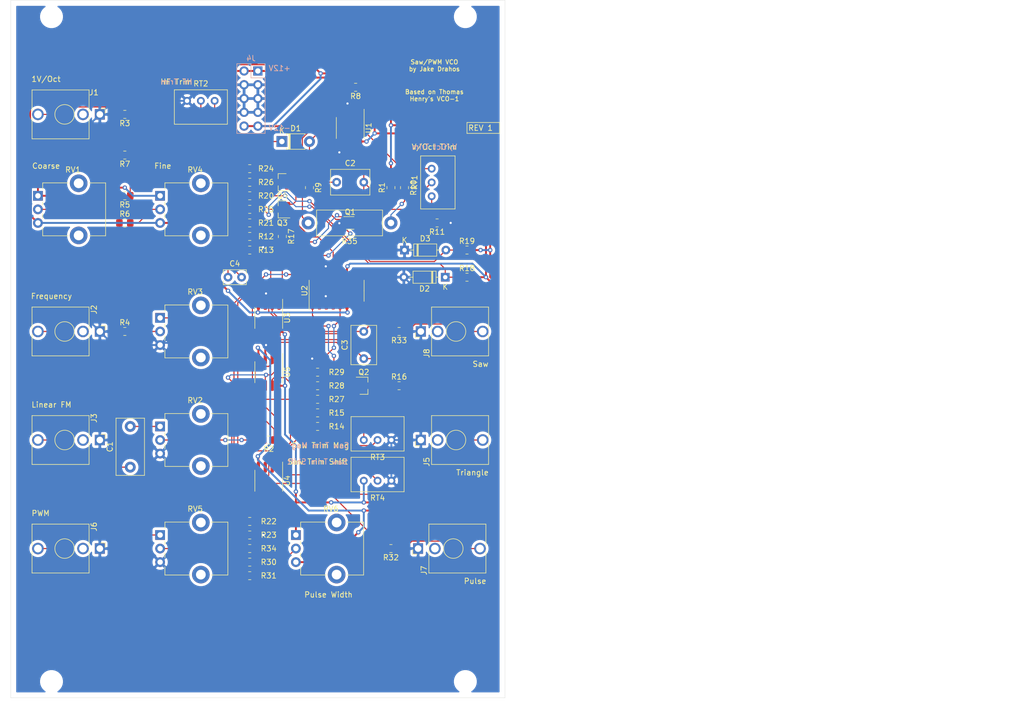
<source format=kicad_pcb>
(kicad_pcb (version 20171130) (host pcbnew 5.1.8-5.1.8)
  (layers (0 F.Cu signal) (31 B.Cu signal) (34 B.Paste user) (35 F.Paste user) (36 B.SilkS user) (37 F.SilkS user) (38 B.Mask user) (39 F.Mask user) (44 Edge.Cuts user))
  (net 0 "")
  (net 1 "Net-(C1-Pad1)")
  (net 2 "Net-(C1-Pad2)")
  (net 3 "Net-(C2-Pad1)")
  (net 4 "Net-(C2-Pad2)")
  (net 5 "Net-(C3-Pad2)")
  (net 6 "Net-(C3-Pad1)")
  (net 7 "Net-(C4-Pad1)")
  (net 8 "Net-(C4-Pad2)")
  (net 9 "Net-(D1-Pad1)")
  (net 10 GND)
  (net 11 "Net-(D2-Pad1)")
  (net 12 "Net-(D3-Pad2)")
  (net 13 "Net-(J1-PadT)")
  (net 14 "Net-(J2-PadT)")
  (net 15 +12V)
  (net 16 -12V)
  (net 17 "Net-(J5-PadT)")
  (net 18 "Net-(J6-PadT)")
  (net 19 "Net-(J7-PadT)")
  (net 20 "Net-(J8-PadT)")
  (net 21 "Net-(Q1-Pad1)")
  (net 22 "Net-(Q1-Pad3)")
  (net 23 "Net-(Q1-Pad5)")
  (net 24 "Net-(Q2-Pad3)")
  (net 25 "Net-(Q2-Pad2)")
  (net 26 "Net-(Q2-Pad1)")
  (net 27 "Net-(Q3-Pad1)")
  (net 28 "Net-(Q3-Pad2)")
  (net 29 "Net-(Q4-Pad3)")
  (net 30 "Net-(R2-Pad2)")
  (net 31 "Net-(R3-Pad1)")
  (net 32 "Net-(R4-Pad2)")
  (net 33 "Net-(R5-Pad2)")
  (net 34 "Net-(R6-Pad2)")
  (net 35 "Net-(R7-Pad1)")
  (net 36 "Net-(R10-Pad2)")
  (net 37 "Net-(R10-Pad1)")
  (net 38 "Net-(R11-Pad2)")
  (net 39 "Net-(R12-Pad1)")
  (net 40 "Net-(R14-Pad2)")
  (net 41 "Net-(R15-Pad2)")
  (net 42 "Net-(R22-Pad1)")
  (net 43 "Net-(R27-Pad2)")
  (net 44 "Net-(R27-Pad1)")
  (net 45 "Net-(R28-Pad2)")
  (net 46 "Net-(R28-Pad1)")
  (net 47 "Net-(R30-Pad1)")
  (net 48 "Net-(R30-Pad2)")
  (net 49 "Net-(R31-Pad2)")
  (net 50 "Net-(R32-Pad2)")
  (net 51 "Net-(R33-Pad2)")
  (net 52 "Net-(R34-Pad1)")
  (net 53 "Net-(U2-Pad2)")
  (net 54 "Net-(U2-Pad7)")
  (net 55 "Net-(U2-Pad8)")
  (net 56 "Net-(U2-Pad9)")
  (net 57 "Net-(U2-Pad10)")
  (net 58 "Net-(U2-Pad15)")
  (module MountingHole:MountingHole_3.2mm_M3 (layer F.Cu) (at 153.7 24.5)
    (fp_text reference REF** hide)
    (fp_text value MountingHole_3.2mm_M3)
    (pad 1 np_thru_hole circle (at 0 0) (size 3.2 3.2) (drill 3.2) (layers *.Cu *.Mask))
  )
  (module MountingHole:MountingHole_3.2mm_M3 (layer F.Cu) (at 153.7 147)
    (fp_text reference REF** hide)
    (fp_text value MountingHole_3.2mm_M3)
    (pad 1 np_thru_hole circle (at 0 0) (size 3.2 3.2) (drill 3.2) (layers *.Cu *.Mask))
  )
  (module MountingHole:MountingHole_3.2mm_M3 (layer F.Cu) (at 77.5 24.5)
    (fp_text reference REF** hide)
    (fp_text value MountingHole_3.2mm_M3)
    (pad 1 np_thru_hole circle (at 0 0) (size 3.2 3.2) (drill 3.2) (layers *.Cu *.Mask))
  )
  (module MountingHole:MountingHole_3.2mm_M3 (layer F.Cu) (at 77.5 147)
    (fp_text reference REF** hide)
    (fp_text value MountingHole_3.2mm_M3)
    (pad 1 np_thru_hole circle (at 0 0) (size 3.2 3.2) (drill 3.2) (layers *.Cu *.Mask))
  )
  (module Capacitor_THT:C_Rect_L7.0mm_W4.5mm_P5.00mm (layer F.Cu) (at 130 55)
    (fp_text reference C2 (at 2.5 -3.5) (layer F.SilkS))
    (fp_text value .001uF)
    (pad 1 thru_hole circle (at 0 0) (size 1.6 1.6) (drill 0.8) (layers *.Cu *.Mask) (net 3 "Net-(C2-Pad1)"))
    (pad 2 thru_hole circle (at 5 0) (size 1.6 1.6) (drill 0.8) (layers *.Cu *.Mask) (net 4 "Net-(C2-Pad2)"))
  )
  (module Capacitor_THT:C_Rect_L7.0mm_W4.5mm_P5.00mm (layer F.Cu) (at 135 87.5 90)
    (fp_text reference C3 (at 2.5 -3.5 90) (layer F.SilkS))
    (fp_text value .001uF)
    (pad 2 thru_hole circle (at 5 0 90) (size 1.6 1.6) (drill 0.8) (layers *.Cu *.Mask) (net 5 "Net-(C3-Pad2)"))
    (pad 1 thru_hole circle (at 0 0 90) (size 1.6 1.6) (drill 0.8) (layers *.Cu *.Mask) (net 6 "Net-(C3-Pad1)"))
  )
  (module Capacitor_THT:C_Rect_L4.0mm_W2.5mm_P2.50mm (layer F.Cu) (at 110 72.5)
    (fp_text reference C4 (at 1.25 -2.5) (layer F.SilkS))
    (fp_text value 47pF)
    (pad 1 thru_hole circle (at 0 0) (size 1.6 1.6) (drill 0.8) (layers *.Cu *.Mask) (net 7 "Net-(C4-Pad1)"))
    (pad 2 thru_hole circle (at 2.5 0) (size 1.6 1.6) (drill 0.8) (layers *.Cu *.Mask) (net 8 "Net-(C4-Pad2)"))
  )
  (module Diode_THT:D_T-1_P5.08mm_Horizontal (layer F.Cu) (at 119.92 47.5)
    (fp_text reference D1 (at 2.54 -2.42) (layer F.SilkS))
    (fp_text value D)
    (fp_text user K (at 0 -2) (layer F.SilkS))
    (pad 1 thru_hole rect (at 0 0) (size 2 2) (drill 1) (layers *.Cu *.Mask) (net 9 "Net-(D1-Pad1)"))
    (pad 2 thru_hole oval (at 5.08 0) (size 2 2) (drill 1) (layers *.Cu *.Mask) (net 3 "Net-(C2-Pad1)"))
  )
  (module Diode_THT:D_DO-35_SOD27_P7.62mm_Horizontal (layer F.Cu) (at 150 72.5 180)
    (fp_text reference D2 (at 3.81 -2.12) (layer F.SilkS))
    (fp_text value 9.1V)
    (fp_text user K (at 0 -1.8) (layer F.SilkS))
    (pad 2 thru_hole oval (at 7.62 0 180) (size 1.6 1.6) (drill 0.8) (layers *.Cu *.Mask) (net 10 GND))
    (pad 1 thru_hole rect (at 0 0 180) (size 1.6 1.6) (drill 0.8) (layers *.Cu *.Mask) (net 11 "Net-(D2-Pad1)"))
  )
  (module Diode_THT:D_DO-35_SOD27_P7.62mm_Horizontal (layer F.Cu) (at 142.5 67.5)
    (fp_text reference D3 (at 3.81 -2.12) (layer F.SilkS))
    (fp_text value 9.1V)
    (fp_text user K (at 0 -1.8) (layer F.SilkS))
    (pad 1 thru_hole rect (at 0 0) (size 1.6 1.6) (drill 0.8) (layers *.Cu *.Mask) (net 10 GND))
    (pad 2 thru_hole oval (at 7.62 0) (size 1.6 1.6) (drill 0.8) (layers *.Cu *.Mask) (net 12 "Net-(D3-Pad2)"))
  )
  (module Connector_Audio:Jack_3.5mm_QingPu_WQP-PJ398SM_Vertical_CircularHoles (layer F.Cu) (at 86.4 42.5 270)
    (fp_text reference J1 (at -4.03 1.08 180) (layer F.SilkS))
    (fp_text value AudioJack2)
    (pad TN thru_hole circle (at 0 3.1 90) (size 2.13 2.13) (drill 1.42) (layers *.Cu *.Mask))
    (pad S thru_hole rect (at 0 0 90) (size 1.93 1.83) (drill 1.22) (layers *.Cu *.Mask) (net 10 GND))
    (pad T thru_hole circle (at 0 11.4 90) (size 2.13 2.13) (drill 1.43) (layers *.Cu *.Mask) (net 13 "Net-(J1-PadT)"))
  )
  (module Connector_Audio:Jack_3.5mm_QingPu_WQP-PJ398SM_Vertical_CircularHoles (layer F.Cu) (at 86.4 82.5 270)
    (fp_text reference J2 (at -4.03 1.08 270) (layer F.SilkS))
    (fp_text value AudioJack2)
    (pad TN thru_hole circle (at 0 3.1 90) (size 2.13 2.13) (drill 1.42) (layers *.Cu *.Mask))
    (pad S thru_hole rect (at 0 0 90) (size 1.93 1.83) (drill 1.22) (layers *.Cu *.Mask) (net 10 GND))
    (pad T thru_hole circle (at 0 11.4 90) (size 2.13 2.13) (drill 1.43) (layers *.Cu *.Mask) (net 14 "Net-(J2-PadT)"))
  )
  (module Connector_Audio:Jack_3.5mm_QingPu_WQP-PJ398SM_Vertical_CircularHoles (layer F.Cu) (at 86.4 102.5 270)
    (fp_text reference J3 (at -4.03 1.08 270) (layer F.SilkS))
    (fp_text value AudioJack2)
    (pad T thru_hole circle (at 0 11.4 90) (size 2.13 2.13) (drill 1.43) (layers *.Cu *.Mask) (net 1 "Net-(C1-Pad1)"))
    (pad S thru_hole rect (at 0 0 90) (size 1.93 1.83) (drill 1.22) (layers *.Cu *.Mask) (net 10 GND))
    (pad TN thru_hole circle (at 0 3.1 90) (size 2.13 2.13) (drill 1.42) (layers *.Cu *.Mask))
  )
  (module Connector_Audio:Jack_3.5mm_QingPu_WQP-PJ398SM_Vertical_CircularHoles (layer F.Cu) (at 145.5 102.5 90)
    (fp_text reference J5 (at -4.03 1.08 270) (layer F.SilkS))
    (fp_text value AudioJack2)
    (pad TN thru_hole circle (at 0 3.1 270) (size 2.13 2.13) (drill 1.42) (layers *.Cu *.Mask))
    (pad S thru_hole rect (at 0 0 270) (size 1.93 1.83) (drill 1.22) (layers *.Cu *.Mask) (net 10 GND))
    (pad T thru_hole circle (at 0 11.4 270) (size 2.13 2.13) (drill 1.43) (layers *.Cu *.Mask) (net 17 "Net-(J5-PadT)"))
  )
  (module Connector_Audio:Jack_3.5mm_QingPu_WQP-PJ398SM_Vertical_CircularHoles (layer F.Cu) (at 86.4 122.5 270)
    (fp_text reference J6 (at -4.03 1.08 270) (layer F.SilkS))
    (fp_text value AudioJack2)
    (pad T thru_hole circle (at 0 11.4 90) (size 2.13 2.13) (drill 1.43) (layers *.Cu *.Mask) (net 18 "Net-(J6-PadT)"))
    (pad S thru_hole rect (at 0 0 90) (size 1.93 1.83) (drill 1.22) (layers *.Cu *.Mask) (net 10 GND))
    (pad TN thru_hole circle (at 0 3.1 90) (size 2.13 2.13) (drill 1.42) (layers *.Cu *.Mask))
  )
  (module Connector_Audio:Jack_3.5mm_QingPu_WQP-PJ398SM_Vertical_CircularHoles (layer F.Cu) (at 145 122.5 90)
    (fp_text reference J7 (at -4.03 1.08 270) (layer F.SilkS))
    (fp_text value AudioJack2)
    (pad T thru_hole circle (at 0 11.4 270) (size 2.13 2.13) (drill 1.43) (layers *.Cu *.Mask) (net 19 "Net-(J7-PadT)"))
    (pad S thru_hole rect (at 0 0 270) (size 1.93 1.83) (drill 1.22) (layers *.Cu *.Mask) (net 10 GND))
    (pad TN thru_hole circle (at 0 3.1 270) (size 2.13 2.13) (drill 1.42) (layers *.Cu *.Mask))
  )
  (module Connector_Audio:Jack_3.5mm_QingPu_WQP-PJ398SM_Vertical_CircularHoles (layer F.Cu) (at 145.5 82.5 90)
    (fp_text reference J8 (at -4.03 1.08 270) (layer F.SilkS))
    (fp_text value AudioJack2)
    (pad TN thru_hole circle (at 0 3.1 270) (size 2.13 2.13) (drill 1.42) (layers *.Cu *.Mask))
    (pad S thru_hole rect (at 0 0 270) (size 1.93 1.83) (drill 1.22) (layers *.Cu *.Mask) (net 10 GND))
    (pad T thru_hole circle (at 0 11.4 270) (size 2.13 2.13) (drill 1.43) (layers *.Cu *.Mask) (net 20 "Net-(J8-PadT)"))
  )
  (module Package_TO_SOT_SMD:SOT-363_SC-70-6 (layer F.Cu) (at 132.5 62.5)
    (fp_text reference Q1 (at 0 -2) (layer F.SilkS))
    (fp_text value BC857BDW1)
    (pad 1 smd rect (at -0.95 -0.65) (size 0.65 0.4) (layers F.Cu F.Paste F.Mask) (net 21 "Net-(Q1-Pad1)"))
    (pad 3 smd rect (at -0.95 0.65) (size 0.65 0.4) (layers F.Cu F.Paste F.Mask) (net 22 "Net-(Q1-Pad3)"))
    (pad 5 smd rect (at 0.95 0) (size 0.65 0.4) (layers F.Cu F.Paste F.Mask) (net 23 "Net-(Q1-Pad5)"))
    (pad 2 smd rect (at -0.95 0) (size 0.65 0.4) (layers F.Cu F.Paste F.Mask) (net 10 GND))
    (pad 4 smd rect (at 0.95 0.65) (size 0.65 0.4) (layers F.Cu F.Paste F.Mask) (net 21 "Net-(Q1-Pad1)"))
    (pad 6 smd rect (at 0.95 -0.65) (size 0.65 0.4) (layers F.Cu F.Paste F.Mask) (net 4 "Net-(C2-Pad2)"))
  )
  (module Package_TO_SOT_SMD:SOT-23 (layer F.Cu) (at 135 92.5)
    (fp_text reference Q2 (at 0 -2.5) (layer F.SilkS))
    (fp_text value MMBT3906)
    (pad 3 smd rect (at 1 0) (size 0.9 0.8) (layers F.Cu F.Paste F.Mask) (net 24 "Net-(Q2-Pad3)"))
    (pad 2 smd rect (at -1 0.95) (size 0.9 0.8) (layers F.Cu F.Paste F.Mask) (net 25 "Net-(Q2-Pad2)"))
    (pad 1 smd rect (at -1 -0.95) (size 0.9 0.8) (layers F.Cu F.Paste F.Mask) (net 26 "Net-(Q2-Pad1)"))
  )
  (module Package_TO_SOT_SMD:SOT-23 (layer F.Cu) (at 120 60 180)
    (fp_text reference Q3 (at 0 -2.5) (layer F.SilkS))
    (fp_text value MMBT3904)
    (pad 1 smd rect (at -1 -0.95 180) (size 0.9 0.8) (layers F.Cu F.Paste F.Mask) (net 27 "Net-(Q3-Pad1)"))
    (pad 2 smd rect (at -1 0.95 180) (size 0.9 0.8) (layers F.Cu F.Paste F.Mask) (net 28 "Net-(Q3-Pad2)"))
    (pad 3 smd rect (at 1 0 180) (size 0.9 0.8) (layers F.Cu F.Paste F.Mask) (net 8 "Net-(C4-Pad2)"))
  )
  (module Package_TO_SOT_SMD:SOT-23 (layer F.Cu) (at 120 55 180)
    (fp_text reference Q4 (at 0 -2.5) (layer F.SilkS))
    (fp_text value MMBT3904)
    (pad 1 smd rect (at -1 -0.95 180) (size 0.9 0.8) (layers F.Cu F.Paste F.Mask) (net 7 "Net-(C4-Pad1)"))
    (pad 2 smd rect (at -1 0.95 180) (size 0.9 0.8) (layers F.Cu F.Paste F.Mask) (net 28 "Net-(Q3-Pad2)"))
    (pad 3 smd rect (at 1 0 180) (size 0.9 0.8) (layers F.Cu F.Paste F.Mask) (net 29 "Net-(Q4-Pad3)"))
  )
  (module Resistor_SMD:R_0805_2012Metric_Pad1.20x1.40mm_HandSolder (layer F.Cu) (at 140 56 90)
    (fp_text reference R1 (at 0 -1.65 90) (layer F.SilkS))
    (fp_text value 1.2M)
    (pad 1 smd roundrect (at -1 0 90) (size 1.2 1.4) (layers F.Cu F.Paste F.Mask) (roundrect_rratio 0.208333) (net 4 "Net-(C2-Pad2)"))
    (pad 2 smd roundrect (at 1 0 90) (size 1.2 1.4) (layers F.Cu F.Paste F.Mask) (roundrect_rratio 0.208333) (net 16 -12V))
  )
  (module Resistor_SMD:R_0805_2012Metric_Pad1.20x1.40mm_HandSolder (layer F.Cu) (at 117.5 102.5 180)
    (fp_text reference R2 (at 0 -1.65) (layer F.SilkS))
    (fp_text value 1M)
    (pad 2 smd roundrect (at 1 0 180) (size 1.2 1.4) (layers F.Cu F.Paste F.Mask) (roundrect_rratio 0.208333) (net 30 "Net-(R2-Pad2)"))
    (pad 1 smd roundrect (at -1 0 180) (size 1.2 1.4) (layers F.Cu F.Paste F.Mask) (roundrect_rratio 0.208333) (net 4 "Net-(C2-Pad2)"))
  )
  (module Resistor_SMD:R_0805_2012Metric_Pad1.20x1.40mm_HandSolder (layer F.Cu) (at 91 42.5 180)
    (fp_text reference R3 (at 0 -1.65) (layer F.SilkS))
    (fp_text value 100k)
    (pad 2 smd roundrect (at 1 0 180) (size 1.2 1.4) (layers F.Cu F.Paste F.Mask) (roundrect_rratio 0.208333) (net 13 "Net-(J1-PadT)"))
    (pad 1 smd roundrect (at -1 0 180) (size 1.2 1.4) (layers F.Cu F.Paste F.Mask) (roundrect_rratio 0.208333) (net 31 "Net-(R3-Pad1)"))
  )
  (module Resistor_SMD:R_0805_2012Metric_Pad1.20x1.40mm_HandSolder (layer F.Cu) (at 91 82.5)
    (fp_text reference R4 (at 0 -1.65) (layer F.SilkS))
    (fp_text value 100k)
    (pad 1 smd roundrect (at -1 0) (size 1.2 1.4) (layers F.Cu F.Paste F.Mask) (roundrect_rratio 0.208333) (net 31 "Net-(R3-Pad1)"))
    (pad 2 smd roundrect (at 1 0) (size 1.2 1.4) (layers F.Cu F.Paste F.Mask) (roundrect_rratio 0.208333) (net 32 "Net-(R4-Pad2)"))
  )
  (module Resistor_SMD:R_0805_2012Metric_Pad1.20x1.40mm_HandSolder (layer F.Cu) (at 91 57.5 180)
    (fp_text reference R5 (at 0 -1.65) (layer F.SilkS))
    (fp_text value 100k)
    (pad 1 smd roundrect (at -1 0 180) (size 1.2 1.4) (layers F.Cu F.Paste F.Mask) (roundrect_rratio 0.208333) (net 31 "Net-(R3-Pad1)"))
    (pad 2 smd roundrect (at 1 0 180) (size 1.2 1.4) (layers F.Cu F.Paste F.Mask) (roundrect_rratio 0.208333) (net 33 "Net-(R5-Pad2)"))
  )
  (module Resistor_SMD:R_0805_2012Metric_Pad1.20x1.40mm_HandSolder (layer F.Cu) (at 91 62.5)
    (fp_text reference R6 (at 0 -1.65) (layer F.SilkS))
    (fp_text value 3.3M)
    (pad 2 smd roundrect (at 1 0) (size 1.2 1.4) (layers F.Cu F.Paste F.Mask) (roundrect_rratio 0.208333) (net 34 "Net-(R6-Pad2)"))
    (pad 1 smd roundrect (at -1 0) (size 1.2 1.4) (layers F.Cu F.Paste F.Mask) (roundrect_rratio 0.208333) (net 31 "Net-(R3-Pad1)"))
  )
  (module Resistor_SMD:R_0805_2012Metric_Pad1.20x1.40mm_HandSolder (layer F.Cu) (at 91 50 180)
    (fp_text reference R7 (at 0 -1.65) (layer F.SilkS))
    (fp_text value 2.2M)
    (pad 1 smd roundrect (at -1 0 180) (size 1.2 1.4) (layers F.Cu F.Paste F.Mask) (roundrect_rratio 0.208333) (net 35 "Net-(R7-Pad1)"))
    (pad 2 smd roundrect (at 1 0 180) (size 1.2 1.4) (layers F.Cu F.Paste F.Mask) (roundrect_rratio 0.208333) (net 31 "Net-(R3-Pad1)"))
  )
  (module Resistor_SMD:R_0805_2012Metric_Pad1.20x1.40mm_HandSolder (layer F.Cu) (at 133.5 37.5 180)
    (fp_text reference R8 (at 0 -1.65) (layer F.SilkS))
    (fp_text value 2k)
    (pad 1 smd roundrect (at -1 0 180) (size 1.2 1.4) (layers F.Cu F.Paste F.Mask) (roundrect_rratio 0.208333) (net 36 "Net-(R10-Pad2)"))
    (pad 2 smd roundrect (at 1 0 180) (size 1.2 1.4) (layers F.Cu F.Paste F.Mask) (roundrect_rratio 0.208333) (net 31 "Net-(R3-Pad1)"))
  )
  (module Resistor_SMD:R_0805_2012Metric_Pad1.20x1.40mm_HandSolder (layer F.Cu) (at 125 56 270)
    (fp_text reference R9 (at 0 -1.65 90) (layer F.SilkS))
    (fp_text value 22k)
    (pad 1 smd roundrect (at -1 0 270) (size 1.2 1.4) (layers F.Cu F.Paste F.Mask) (roundrect_rratio 0.208333) (net 3 "Net-(C2-Pad1)"))
    (pad 2 smd roundrect (at 1 0 270) (size 1.2 1.4) (layers F.Cu F.Paste F.Mask) (roundrect_rratio 0.208333) (net 21 "Net-(Q1-Pad1)"))
  )
  (module Resistor_SMD:R_0805_2012Metric_Pad1.20x1.40mm_HandSolder (layer F.Cu) (at 142.5 56 270)
    (fp_text reference R10 (at 0 -1.65 90) (layer F.SilkS))
    (fp_text value 47)
    (pad 2 smd roundrect (at 1 0 270) (size 1.2 1.4) (layers F.Cu F.Paste F.Mask) (roundrect_rratio 0.208333) (net 36 "Net-(R10-Pad2)"))
    (pad 1 smd roundrect (at -1 0 270) (size 1.2 1.4) (layers F.Cu F.Paste F.Mask) (roundrect_rratio 0.208333) (net 37 "Net-(R10-Pad1)"))
  )
  (module Resistor_SMD:R_0805_2012Metric_Pad1.20x1.40mm_HandSolder (layer F.Cu) (at 148.5 62.5 180)
    (fp_text reference R11 (at 0 -1.65) (layer F.SilkS))
    (fp_text value 820)
    (pad 2 smd roundrect (at 1 0 180) (size 1.2 1.4) (layers F.Cu F.Paste F.Mask) (roundrect_rratio 0.208333) (net 38 "Net-(R11-Pad2)"))
    (pad 1 smd roundrect (at -1 0 180) (size 1.2 1.4) (layers F.Cu F.Paste F.Mask) (roundrect_rratio 0.208333) (net 10 GND))
  )
  (module Resistor_SMD:R_0805_2012Metric_Pad1.20x1.40mm_HandSolder (layer F.Cu) (at 114 65)
    (fp_text reference R12 (at 3 0) (layer F.SilkS))
    (fp_text value 100k)
    (pad 2 smd roundrect (at 1 0) (size 1.2 1.4) (layers F.Cu F.Paste F.Mask) (roundrect_rratio 0.208333) (net 28 "Net-(Q3-Pad2)"))
    (pad 1 smd roundrect (at -1 0) (size 1.2 1.4) (layers F.Cu F.Paste F.Mask) (roundrect_rratio 0.208333) (net 39 "Net-(R12-Pad1)"))
  )
  (module Resistor_SMD:R_0805_2012Metric_Pad1.20x1.40mm_HandSolder (layer F.Cu) (at 114 67.5 180)
    (fp_text reference R13 (at -3 0) (layer F.SilkS))
    (fp_text value 10k)
    (pad 2 smd roundrect (at 1 0 180) (size 1.2 1.4) (layers F.Cu F.Paste F.Mask) (roundrect_rratio 0.208333) (net 39 "Net-(R12-Pad1)"))
    (pad 1 smd roundrect (at -1 0 180) (size 1.2 1.4) (layers F.Cu F.Paste F.Mask) (roundrect_rratio 0.208333) (net 10 GND))
  )
  (module Resistor_SMD:R_0805_2012Metric_Pad1.20x1.40mm_HandSolder (layer F.Cu) (at 126.5 100)
    (fp_text reference R14 (at 3.5 0) (layer F.SilkS))
    (fp_text value 100k)
    (pad 2 smd roundrect (at 1 0) (size 1.2 1.4) (layers F.Cu F.Paste F.Mask) (roundrect_rratio 0.208333) (net 40 "Net-(R14-Pad2)"))
    (pad 1 smd roundrect (at -1 0) (size 1.2 1.4) (layers F.Cu F.Paste F.Mask) (roundrect_rratio 0.208333) (net 25 "Net-(Q2-Pad2)"))
  )
  (module Resistor_SMD:R_0805_2012Metric_Pad1.20x1.40mm_HandSolder (layer F.Cu) (at 126.5 97.5 180)
    (fp_text reference R15 (at -3.5 0) (layer F.SilkS))
    (fp_text value 100k)
    (pad 2 smd roundrect (at 1 0 180) (size 1.2 1.4) (layers F.Cu F.Paste F.Mask) (roundrect_rratio 0.208333) (net 41 "Net-(R15-Pad2)"))
    (pad 1 smd roundrect (at -1 0 180) (size 1.2 1.4) (layers F.Cu F.Paste F.Mask) (roundrect_rratio 0.208333) (net 25 "Net-(Q2-Pad2)"))
  )
  (module Resistor_SMD:R_0805_2012Metric_Pad1.20x1.40mm_HandSolder (layer F.Cu) (at 141.5 92.5)
    (fp_text reference R16 (at 0 -1.65) (layer F.SilkS))
    (fp_text value 1k)
    (pad 1 smd roundrect (at -1 0) (size 1.2 1.4) (layers F.Cu F.Paste F.Mask) (roundrect_rratio 0.208333) (net 6 "Net-(C3-Pad1)"))
    (pad 2 smd roundrect (at 1 0) (size 1.2 1.4) (layers F.Cu F.Paste F.Mask) (roundrect_rratio 0.208333) (net 17 "Net-(J5-PadT)"))
  )
  (module Resistor_SMD:R_0805_2012Metric_Pad1.20x1.40mm_HandSolder (layer F.Cu) (at 120 65 270)
    (fp_text reference R17 (at 0 -1.65 90) (layer F.SilkS))
    (fp_text value 27k)
    (pad 2 smd roundrect (at 1 0 270) (size 1.2 1.4) (layers F.Cu F.Paste F.Mask) (roundrect_rratio 0.208333) (net 6 "Net-(C3-Pad1)"))
    (pad 1 smd roundrect (at -1 0 270) (size 1.2 1.4) (layers F.Cu F.Paste F.Mask) (roundrect_rratio 0.208333) (net 27 "Net-(Q3-Pad1)"))
  )
  (module Resistor_SMD:R_0805_2012Metric_Pad1.20x1.40mm_HandSolder (layer F.Cu) (at 154 72.5)
    (fp_text reference R18 (at 0 -1.65) (layer F.SilkS))
    (fp_text value 1k)
    (pad 2 smd roundrect (at 1 0) (size 1.2 1.4) (layers F.Cu F.Paste F.Mask) (roundrect_rratio 0.208333) (net 15 +12V))
    (pad 1 smd roundrect (at -1 0) (size 1.2 1.4) (layers F.Cu F.Paste F.Mask) (roundrect_rratio 0.208333) (net 11 "Net-(D2-Pad1)"))
  )
  (module Resistor_SMD:R_0805_2012Metric_Pad1.20x1.40mm_HandSolder (layer F.Cu) (at 154 67.5)
    (fp_text reference R19 (at 0 -1.65) (layer F.SilkS))
    (fp_text value 1k)
    (pad 1 smd roundrect (at -1 0) (size 1.2 1.4) (layers F.Cu F.Paste F.Mask) (roundrect_rratio 0.208333) (net 12 "Net-(D3-Pad2)"))
    (pad 2 smd roundrect (at 1 0) (size 1.2 1.4) (layers F.Cu F.Paste F.Mask) (roundrect_rratio 0.208333) (net 16 -12V))
  )
  (module Resistor_SMD:R_0805_2012Metric_Pad1.20x1.40mm_HandSolder (layer F.Cu) (at 114 57.5)
    (fp_text reference R20 (at 3 0) (layer F.SilkS))
    (fp_text value 30k)
    (pad 2 smd roundrect (at 1 0) (size 1.2 1.4) (layers F.Cu F.Paste F.Mask) (roundrect_rratio 0.208333) (net 11 "Net-(D2-Pad1)"))
    (pad 1 smd roundrect (at -1 0) (size 1.2 1.4) (layers F.Cu F.Paste F.Mask) (roundrect_rratio 0.208333) (net 8 "Net-(C4-Pad2)"))
  )
  (module Resistor_SMD:R_0805_2012Metric_Pad1.20x1.40mm_HandSolder (layer F.Cu) (at 114 62.5)
    (fp_text reference R21 (at 3 0) (layer F.SilkS))
    (fp_text value 10k)
    (pad 2 smd roundrect (at 1 0) (size 1.2 1.4) (layers F.Cu F.Paste F.Mask) (roundrect_rratio 0.208333) (net 28 "Net-(Q3-Pad2)"))
    (pad 1 smd roundrect (at -1 0) (size 1.2 1.4) (layers F.Cu F.Paste F.Mask) (roundrect_rratio 0.208333) (net 12 "Net-(D3-Pad2)"))
  )
  (module Resistor_SMD:R_0805_2012Metric_Pad1.20x1.40mm_HandSolder (layer F.Cu) (at 114 117.5 180)
    (fp_text reference R22 (at -3.5 0) (layer F.SilkS))
    (fp_text value 100k)
    (pad 2 smd roundrect (at 1 0 180) (size 1.2 1.4) (layers F.Cu F.Paste F.Mask) (roundrect_rratio 0.208333) (net 28 "Net-(Q3-Pad2)"))
    (pad 1 smd roundrect (at -1 0 180) (size 1.2 1.4) (layers F.Cu F.Paste F.Mask) (roundrect_rratio 0.208333) (net 42 "Net-(R22-Pad1)"))
  )
  (module Resistor_SMD:R_0805_2012Metric_Pad1.20x1.40mm_HandSolder (layer F.Cu) (at 114 120 180)
    (fp_text reference R23 (at -3.5 0 180) (layer F.SilkS))
    (fp_text value 510)
    (pad 1 smd roundrect (at -1 0 180) (size 1.2 1.4) (layers F.Cu F.Paste F.Mask) (roundrect_rratio 0.208333) (net 10 GND))
    (pad 2 smd roundrect (at 1 0 180) (size 1.2 1.4) (layers F.Cu F.Paste F.Mask) (roundrect_rratio 0.208333) (net 42 "Net-(R22-Pad1)"))
  )
  (module Resistor_SMD:R_0805_2012Metric_Pad1.20x1.40mm_HandSolder (layer F.Cu) (at 114 52.5 180)
    (fp_text reference R24 (at -3 0) (layer F.SilkS))
    (fp_text value 18k)
    (pad 1 smd roundrect (at -1 0 180) (size 1.2 1.4) (layers F.Cu F.Paste F.Mask) (roundrect_rratio 0.208333) (net 7 "Net-(C4-Pad1)"))
    (pad 2 smd roundrect (at 1 0 180) (size 1.2 1.4) (layers F.Cu F.Paste F.Mask) (roundrect_rratio 0.208333) (net 8 "Net-(C4-Pad2)"))
  )
  (module Resistor_SMD:R_0805_2012Metric_Pad1.20x1.40mm_HandSolder (layer F.Cu) (at 114 60 180)
    (fp_text reference R25 (at -3 0) (layer F.SilkS))
    (fp_text value 100k)
    (pad 1 smd roundrect (at -1 0 180) (size 1.2 1.4) (layers F.Cu F.Paste F.Mask) (roundrect_rratio 0.208333) (net 12 "Net-(D3-Pad2)"))
    (pad 2 smd roundrect (at 1 0 180) (size 1.2 1.4) (layers F.Cu F.Paste F.Mask) (roundrect_rratio 0.208333) (net 7 "Net-(C4-Pad1)"))
  )
  (module Resistor_SMD:R_0805_2012Metric_Pad1.20x1.40mm_HandSolder (layer F.Cu) (at 114 55)
    (fp_text reference R26 (at 3 0) (layer F.SilkS))
    (fp_text value 3.3k)
    (pad 1 smd roundrect (at -1 0) (size 1.2 1.4) (layers F.Cu F.Paste F.Mask) (roundrect_rratio 0.208333) (net 29 "Net-(Q4-Pad3)"))
    (pad 2 smd roundrect (at 1 0) (size 1.2 1.4) (layers F.Cu F.Paste F.Mask) (roundrect_rratio 0.208333) (net 11 "Net-(D2-Pad1)"))
  )
  (module Resistor_SMD:R_0805_2012Metric_Pad1.20x1.40mm_HandSolder (layer F.Cu) (at 126.5 95)
    (fp_text reference R27 (at 3.5 0) (layer F.SilkS))
    (fp_text value 200k)
    (pad 2 smd roundrect (at 1 0) (size 1.2 1.4) (layers F.Cu F.Paste F.Mask) (roundrect_rratio 0.208333) (net 43 "Net-(R27-Pad2)"))
    (pad 1 smd roundrect (at -1 0) (size 1.2 1.4) (layers F.Cu F.Paste F.Mask) (roundrect_rratio 0.208333) (net 44 "Net-(R27-Pad1)"))
  )
  (module Resistor_SMD:R_0805_2012Metric_Pad1.20x1.40mm_HandSolder (layer F.Cu) (at 126.5 92.5)
    (fp_text reference R28 (at 3.5 0) (layer F.SilkS))
    (fp_text value 20k)
    (pad 2 smd roundrect (at 1 0) (size 1.2 1.4) (layers F.Cu F.Paste F.Mask) (roundrect_rratio 0.208333) (net 45 "Net-(R28-Pad2)"))
    (pad 1 smd roundrect (at -1 0) (size 1.2 1.4) (layers F.Cu F.Paste F.Mask) (roundrect_rratio 0.208333) (net 46 "Net-(R28-Pad1)"))
  )
  (module Resistor_SMD:R_0805_2012Metric_Pad1.20x1.40mm_HandSolder (layer F.Cu) (at 126.5 90 180)
    (fp_text reference R29 (at -3.5 0) (layer F.SilkS))
    (fp_text value 12k)
    (pad 1 smd roundrect (at -1 0 180) (size 1.2 1.4) (layers F.Cu F.Paste F.Mask) (roundrect_rratio 0.208333) (net 45 "Net-(R28-Pad2)"))
    (pad 2 smd roundrect (at 1 0 180) (size 1.2 1.4) (layers F.Cu F.Paste F.Mask) (roundrect_rratio 0.208333) (net 10 GND))
  )
  (module Resistor_SMD:R_0805_2012Metric_Pad1.20x1.40mm_HandSolder (layer F.Cu) (at 114 125 180)
    (fp_text reference R30 (at -3.5 0) (layer F.SilkS))
    (fp_text value 100k)
    (pad 1 smd roundrect (at -1 0 180) (size 1.2 1.4) (layers F.Cu F.Paste F.Mask) (roundrect_rratio 0.208333) (net 47 "Net-(R30-Pad1)"))
    (pad 2 smd roundrect (at 1 0 180) (size 1.2 1.4) (layers F.Cu F.Paste F.Mask) (roundrect_rratio 0.208333) (net 48 "Net-(R30-Pad2)"))
  )
  (module Resistor_SMD:R_0805_2012Metric_Pad1.20x1.40mm_HandSolder (layer F.Cu) (at 114 127.5)
    (fp_text reference R31 (at 3.5 0) (layer F.SilkS))
    (fp_text value 100k)
    (pad 2 smd roundrect (at 1 0) (size 1.2 1.4) (layers F.Cu F.Paste F.Mask) (roundrect_rratio 0.208333) (net 49 "Net-(R31-Pad2)"))
    (pad 1 smd roundrect (at -1 0) (size 1.2 1.4) (layers F.Cu F.Paste F.Mask) (roundrect_rratio 0.208333) (net 47 "Net-(R30-Pad1)"))
  )
  (module Resistor_SMD:R_0805_2012Metric_Pad1.20x1.40mm_HandSolder (layer F.Cu) (at 140 122.5 180)
    (fp_text reference R32 (at 0 -1.65) (layer F.SilkS))
    (fp_text value 1k)
    (pad 1 smd roundrect (at -1 0 180) (size 1.2 1.4) (layers F.Cu F.Paste F.Mask) (roundrect_rratio 0.208333) (net 19 "Net-(J7-PadT)"))
    (pad 2 smd roundrect (at 1 0 180) (size 1.2 1.4) (layers F.Cu F.Paste F.Mask) (roundrect_rratio 0.208333) (net 50 "Net-(R32-Pad2)"))
  )
  (module Resistor_SMD:R_0805_2012Metric_Pad1.20x1.40mm_HandSolder (layer F.Cu) (at 141.5 82.5 180)
    (fp_text reference R33 (at 0 -1.65) (layer F.SilkS))
    (fp_text value 1k)
    (pad 2 smd roundrect (at 1 0 180) (size 1.2 1.4) (layers F.Cu F.Paste F.Mask) (roundrect_rratio 0.208333) (net 51 "Net-(R33-Pad2)"))
    (pad 1 smd roundrect (at -1 0 180) (size 1.2 1.4) (layers F.Cu F.Paste F.Mask) (roundrect_rratio 0.208333) (net 20 "Net-(J8-PadT)"))
  )
  (module Resistor_SMD:R_0805_2012Metric_Pad1.20x1.40mm_HandSolder (layer F.Cu) (at 114 122.5)
    (fp_text reference R34 (at 3.5 0) (layer F.SilkS))
    (fp_text value 120k)
    (pad 1 smd roundrect (at -1 0) (size 1.2 1.4) (layers F.Cu F.Paste F.Mask) (roundrect_rratio 0.208333) (net 52 "Net-(R34-Pad1)"))
    (pad 2 smd roundrect (at 1 0) (size 1.2 1.4) (layers F.Cu F.Paste F.Mask) (roundrect_rratio 0.208333) (net 47 "Net-(R30-Pad1)"))
  )
  (module Potentiometer_THT:Potentiometer_Bourns_3299W_Vertical (layer F.Cu) (at 147.5 52.5 90)
    (fp_text reference RT1 (at -2.54 -3.16 90) (layer F.SilkS))
    (fp_text value 100)
    (pad 1 thru_hole circle (at 0 0 90) (size 1.44 1.44) (drill 0.8) (layers *.Cu *.Mask) (net 37 "Net-(R10-Pad1)"))
    (pad 2 thru_hole circle (at -2.54 0 90) (size 1.44 1.44) (drill 0.8) (layers *.Cu *.Mask) (net 23 "Net-(Q1-Pad5)"))
    (pad 3 thru_hole circle (at -5.08 0 90) (size 1.44 1.44) (drill 0.8) (layers *.Cu *.Mask) (net 38 "Net-(R11-Pad2)"))
  )
  (module Potentiometer_THT:Potentiometer_Bourns_3299W_Vertical (layer F.Cu) (at 107.54 40)
    (fp_text reference RT2 (at -2.54 -3.16) (layer F.SilkS))
    (fp_text value 100k)
    (pad 1 thru_hole circle (at 0 0) (size 1.44 1.44) (drill 0.8) (layers *.Cu *.Mask) (net 9 "Net-(D1-Pad1)"))
    (pad 2 thru_hole circle (at -2.54 0) (size 1.44 1.44) (drill 0.8) (layers *.Cu *.Mask) (net 35 "Net-(R7-Pad1)"))
    (pad 3 thru_hole circle (at -5.08 0) (size 1.44 1.44) (drill 0.8) (layers *.Cu *.Mask) (net 10 GND))
  )
  (module Potentiometer_THT:Potentiometer_Bourns_3299W_Vertical (layer F.Cu) (at 135 102.5 180)
    (fp_text reference RT3 (at -2.54 -3.16) (layer F.SilkS))
    (fp_text value 10k)
    (pad 3 thru_hole circle (at -5.08 0 180) (size 1.44 1.44) (drill 0.8) (layers *.Cu *.Mask) (net 10 GND))
    (pad 2 thru_hole circle (at -2.54 0 180) (size 1.44 1.44) (drill 0.8) (layers *.Cu *.Mask) (net 40 "Net-(R14-Pad2)"))
    (pad 1 thru_hole circle (at 0 0 180) (size 1.44 1.44) (drill 0.8) (layers *.Cu *.Mask) (net 6 "Net-(C3-Pad1)"))
  )
  (module Potentiometer_THT:Potentiometer_Bourns_3299W_Vertical (layer F.Cu) (at 135 110 180)
    (fp_text reference RT4 (at -2.54 -3.16) (layer F.SilkS))
    (fp_text value 10k)
    (pad 3 thru_hole circle (at -5.08 0 180) (size 1.44 1.44) (drill 0.8) (layers *.Cu *.Mask) (net 10 GND))
    (pad 2 thru_hole circle (at -2.54 0 180) (size 1.44 1.44) (drill 0.8) (layers *.Cu *.Mask) (net 41 "Net-(R15-Pad2)"))
    (pad 1 thru_hole circle (at 0 0 180) (size 1.44 1.44) (drill 0.8) (layers *.Cu *.Mask) (net 15 +12V))
  )
  (module Potentiometer_THT:Potentiometer_Alpha_RD901F-40-00D_Single_Vertical_CircularHoles (layer F.Cu) (at 75 57.5)
    (fp_text reference RV1 (at 6.45 -4.8 180) (layer F.SilkS))
    (fp_text value 100k)
    (pad 1 thru_hole rect (at 0 0 90) (size 1.8 1.8) (drill 1) (layers *.Cu *.Mask) (net 15 +12V))
    (pad 2 thru_hole circle (at 0 2.5 90) (size 1.8 1.8) (drill 1) (layers *.Cu *.Mask) (net 33 "Net-(R5-Pad2)"))
    (pad 3 thru_hole circle (at 0 5 90) (size 1.8 1.8) (drill 1) (layers *.Cu *.Mask) (net 16 -12V))
    (pad "" thru_hole circle (at 7.5 7.3 90) (size 3.24 3.24) (drill 1.8) (layers *.Cu *.Mask))
    (pad "" thru_hole circle (at 7.5 -2.3 90) (size 3.24 3.24) (drill 1.8) (layers *.Cu *.Mask))
  )
  (module Potentiometer_THT:Potentiometer_Alpha_RD901F-40-00D_Single_Vertical_CircularHoles (layer F.Cu) (at 97.5 100)
    (fp_text reference RV2 (at 6.45 -4.8 180) (layer F.SilkS))
    (fp_text value 100k)
    (pad "" thru_hole circle (at 7.5 -2.3 90) (size 3.24 3.24) (drill 1.8) (layers *.Cu *.Mask))
    (pad "" thru_hole circle (at 7.5 7.3 90) (size 3.24 3.24) (drill 1.8) (layers *.Cu *.Mask))
    (pad 3 thru_hole circle (at 0 5 90) (size 1.8 1.8) (drill 1) (layers *.Cu *.Mask) (net 10 GND))
    (pad 2 thru_hole circle (at 0 2.5 90) (size 1.8 1.8) (drill 1) (layers *.Cu *.Mask) (net 30 "Net-(R2-Pad2)"))
    (pad 1 thru_hole rect (at 0 0 90) (size 1.8 1.8) (drill 1) (layers *.Cu *.Mask) (net 2 "Net-(C1-Pad2)"))
  )
  (module Potentiometer_THT:Potentiometer_Alpha_RD901F-40-00D_Single_Vertical_CircularHoles (layer F.Cu) (at 97.5 80)
    (fp_text reference RV3 (at 6.45 -4.8 180) (layer F.SilkS))
    (fp_text value 100k)
    (pad 1 thru_hole rect (at 0 0 90) (size 1.8 1.8) (drill 1) (layers *.Cu *.Mask) (net 14 "Net-(J2-PadT)"))
    (pad 2 thru_hole circle (at 0 2.5 90) (size 1.8 1.8) (drill 1) (layers *.Cu *.Mask) (net 32 "Net-(R4-Pad2)"))
    (pad 3 thru_hole circle (at 0 5 90) (size 1.8 1.8) (drill 1) (layers *.Cu *.Mask) (net 10 GND))
    (pad "" thru_hole circle (at 7.5 7.3 90) (size 3.24 3.24) (drill 1.8) (layers *.Cu *.Mask))
    (pad "" thru_hole circle (at 7.5 -2.3 90) (size 3.24 3.24) (drill 1.8) (layers *.Cu *.Mask))
  )
  (module Potentiometer_THT:Potentiometer_Alpha_RD901F-40-00D_Single_Vertical_CircularHoles (layer F.Cu) (at 97.5 57.5)
    (fp_text reference RV4 (at 6.45 -4.8 180) (layer F.SilkS))
    (fp_text value 100k)
    (pad "" thru_hole circle (at 7.5 -2.3 90) (size 3.24 3.24) (drill 1.8) (layers *.Cu *.Mask))
    (pad "" thru_hole circle (at 7.5 7.3 90) (size 3.24 3.24) (drill 1.8) (layers *.Cu *.Mask))
    (pad 3 thru_hole circle (at 0 5 90) (size 1.8 1.8) (drill 1) (layers *.Cu *.Mask) (net 16 -12V))
    (pad 2 thru_hole circle (at 0 2.5 90) (size 1.8 1.8) (drill 1) (layers *.Cu *.Mask) (net 34 "Net-(R6-Pad2)"))
    (pad 1 thru_hole rect (at 0 0 90) (size 1.8 1.8) (drill 1) (layers *.Cu *.Mask) (net 15 +12V))
  )
  (module Potentiometer_THT:Potentiometer_Alpha_RD901F-40-00D_Single_Vertical_CircularHoles (layer F.Cu) (at 97.5 120)
    (fp_text reference RV5 (at 6.45 -4.8 180) (layer F.SilkS))
    (fp_text value 100k)
    (pad "" thru_hole circle (at 7.5 -2.3 90) (size 3.24 3.24) (drill 1.8) (layers *.Cu *.Mask))
    (pad "" thru_hole circle (at 7.5 7.3 90) (size 3.24 3.24) (drill 1.8) (layers *.Cu *.Mask))
    (pad 3 thru_hole circle (at 0 5 90) (size 1.8 1.8) (drill 1) (layers *.Cu *.Mask) (net 10 GND))
    (pad 2 thru_hole circle (at 0 2.5 90) (size 1.8 1.8) (drill 1) (layers *.Cu *.Mask) (net 48 "Net-(R30-Pad2)"))
    (pad 1 thru_hole rect (at 0 0 90) (size 1.8 1.8) (drill 1) (layers *.Cu *.Mask) (net 18 "Net-(J6-PadT)"))
  )
  (module Potentiometer_THT:Potentiometer_Alpha_RD901F-40-00D_Single_Vertical_CircularHoles (layer F.Cu) (at 122.5 120)
    (fp_text reference RV6 (at 6.45 -4.8 180) (layer F.SilkS))
    (fp_text value 100k)
    (pad 1 thru_hole rect (at 0 0 90) (size 1.8 1.8) (drill 1) (layers *.Cu *.Mask) (net 15 +12V))
    (pad 2 thru_hole circle (at 0 2.5 90) (size 1.8 1.8) (drill 1) (layers *.Cu *.Mask) (net 49 "Net-(R31-Pad2)"))
    (pad 3 thru_hole circle (at 0 5 90) (size 1.8 1.8) (drill 1) (layers *.Cu *.Mask) (net 16 -12V))
    (pad "" thru_hole circle (at 7.5 7.3 90) (size 3.24 3.24) (drill 1.8) (layers *.Cu *.Mask))
    (pad "" thru_hole circle (at 7.5 -2.3 90) (size 3.24 3.24) (drill 1.8) (layers *.Cu *.Mask))
  )
  (module Package_SO:SOIC-8_3.9x4.9mm_P1.27mm (layer F.Cu) (at 132.5 45 270)
    (fp_text reference U1 (at 0 -3.4 90) (layer F.SilkS))
    (fp_text value TL072)
    (pad 1 smd roundrect (at -2.475 -1.905 270) (size 1.95 0.6) (layers F.Cu F.Paste F.Mask) (net 36 "Net-(R10-Pad2)"))
    (pad 2 smd roundrect (at -2.475 -0.635 270) (size 1.95 0.6) (layers F.Cu F.Paste F.Mask) (net 31 "Net-(R3-Pad1)"))
    (pad 3 smd roundrect (at -2.475 0.635 270) (size 1.95 0.6) (layers F.Cu F.Paste F.Mask) (net 10 GND))
    (pad 4 smd roundrect (at -2.475 1.905 270) (size 1.95 0.6) (layers F.Cu F.Paste F.Mask) (net 16 -12V))
    (pad 5 smd roundrect (at 2.475 1.905 270) (size 1.95 0.6) (layers F.Cu F.Paste F.Mask) (net 10 GND))
    (pad 6 smd roundrect (at 2.475 0.635 270) (size 1.95 0.6) (layers F.Cu F.Paste F.Mask) (net 4 "Net-(C2-Pad2)"))
    (pad 7 smd roundrect (at 2.475 -0.635 270) (size 1.95 0.6) (layers F.Cu F.Paste F.Mask) (net 3 "Net-(C2-Pad1)"))
    (pad 8 smd roundrect (at 2.475 -1.905 270) (size 1.95 0.6) (layers F.Cu F.Paste F.Mask) (net 15 +12V))
  )
  (module Capacitor_THT:C_Rect_L10.3mm_W5.0mm_P7.50mm_MKS4 (layer F.Cu) (at 92 107.5 90)
    (fp_text reference C1 (at 3.75 -3.75 90) (layer F.SilkS))
    (fp_text value .22uF)
    (pad 1 thru_hole circle (at 0 0 90) (size 2 2) (drill 1) (layers *.Cu *.Mask) (net 1 "Net-(C1-Pad1)"))
    (pad 2 thru_hole circle (at 7.5 0 90) (size 2 2) (drill 1) (layers *.Cu *.Mask) (net 2 "Net-(C1-Pad2)"))
  )
  (module Resistor_THT:R_Axial_DIN0414_L11.9mm_D4.5mm_P15.24mm_Horizontal (layer F.Cu) (at 140 62.5 180)
    (fp_text reference R35 (at 7.62 -3.37) (layer F.SilkS))
    (fp_text value "2k +3500PPM")
    (pad 1 thru_hole circle (at 0 0 180) (size 2.4 2.4) (drill 1.2) (layers *.Cu *.Mask) (net 36 "Net-(R10-Pad2)"))
    (pad 2 thru_hole oval (at 15.24 0 180) (size 2.4 2.4) (drill 1.2) (layers *.Cu *.Mask) (net 31 "Net-(R3-Pad1)"))
  )
  (module Connector_PinHeader_2.54mm:PinHeader_2x05_P2.54mm_Vertical (layer B.Cu) (at 115.5 34.5 180)
    (fp_text reference J4 (at 1.27 2.33) (layer B.SilkS) (effects (justify mirror)))
    (fp_text value Conn_02x05_Odd_Even)
    (pad 1 thru_hole rect (at 0 0 180) (size 1.7 1.7) (drill 1) (layers *.Cu *.Mask) (net 15 +12V))
    (pad 2 thru_hole oval (at 2.54 0 180) (size 1.7 1.7) (drill 1) (layers *.Cu *.Mask) (net 15 +12V))
    (pad 3 thru_hole oval (at 0 -2.54 180) (size 1.7 1.7) (drill 1) (layers *.Cu *.Mask) (net 10 GND))
    (pad 4 thru_hole oval (at 2.54 -2.54 180) (size 1.7 1.7) (drill 1) (layers *.Cu *.Mask) (net 10 GND))
    (pad 5 thru_hole oval (at 0 -5.08 180) (size 1.7 1.7) (drill 1) (layers *.Cu *.Mask) (net 10 GND))
    (pad 6 thru_hole oval (at 2.54 -5.08 180) (size 1.7 1.7) (drill 1) (layers *.Cu *.Mask) (net 10 GND))
    (pad 7 thru_hole oval (at 0 -7.62 180) (size 1.7 1.7) (drill 1) (layers *.Cu *.Mask) (net 10 GND))
    (pad 8 thru_hole oval (at 2.54 -7.62 180) (size 1.7 1.7) (drill 1) (layers *.Cu *.Mask) (net 10 GND))
    (pad 9 thru_hole oval (at 0 -10.16 180) (size 1.7 1.7) (drill 1) (layers *.Cu *.Mask) (net 16 -12V))
    (pad 10 thru_hole oval (at 2.54 -10.16 180) (size 1.7 1.7) (drill 1) (layers *.Cu *.Mask) (net 16 -12V))
  )
  (module Package_SO:SOIC-16_3.9x9.9mm_P1.27mm (layer F.Cu) (at 130 75 90)
    (fp_text reference U2 (at 0 -5.9 90) (layer F.SilkS))
    (fp_text value LM13700)
    (pad 1 smd roundrect (at -2.475 -4.445 90) (size 1.95 0.6) (layers F.Cu F.Paste F.Mask) (net 24 "Net-(Q2-Pad3)"))
    (pad 2 smd roundrect (at -2.475 -3.175 90) (size 1.95 0.6) (layers F.Cu F.Paste F.Mask) (net 53 "Net-(U2-Pad2)"))
    (pad 3 smd roundrect (at -2.475 -1.905 90) (size 1.95 0.6) (layers F.Cu F.Paste F.Mask) (net 10 GND))
    (pad 4 smd roundrect (at -2.475 -0.635 90) (size 1.95 0.6) (layers F.Cu F.Paste F.Mask) (net 42 "Net-(R22-Pad1)"))
    (pad 5 smd roundrect (at -2.475 0.635 90) (size 1.95 0.6) (layers F.Cu F.Paste F.Mask) (net 43 "Net-(R27-Pad2)"))
    (pad 6 smd roundrect (at -2.475 1.905 90) (size 1.95 0.6) (layers F.Cu F.Paste F.Mask) (net 16 -12V))
    (pad 7 smd roundrect (at -2.475 3.175 90) (size 1.95 0.6) (layers F.Cu F.Paste F.Mask) (net 54 "Net-(U2-Pad7)"))
    (pad 8 smd roundrect (at -2.475 4.445 90) (size 1.95 0.6) (layers F.Cu F.Paste F.Mask) (net 55 "Net-(U2-Pad8)"))
    (pad 9 smd roundrect (at 2.475 4.445 90) (size 1.95 0.6) (layers F.Cu F.Paste F.Mask) (net 56 "Net-(U2-Pad9)"))
    (pad 10 smd roundrect (at 2.475 3.175 90) (size 1.95 0.6) (layers F.Cu F.Paste F.Mask) (net 57 "Net-(U2-Pad10)"))
    (pad 11 smd roundrect (at 2.475 1.905 90) (size 1.95 0.6) (layers F.Cu F.Paste F.Mask) (net 15 +12V))
    (pad 12 smd roundrect (at 2.475 0.635 90) (size 1.95 0.6) (layers F.Cu F.Paste F.Mask) (net 5 "Net-(C3-Pad2)"))
    (pad 13 smd roundrect (at 2.475 -0.635 90) (size 1.95 0.6) (layers F.Cu F.Paste F.Mask) (net 39 "Net-(R12-Pad1)"))
    (pad 14 smd roundrect (at 2.475 -1.905 90) (size 1.95 0.6) (layers F.Cu F.Paste F.Mask) (net 10 GND))
    (pad 15 smd roundrect (at 2.475 -3.175 90) (size 1.95 0.6) (layers F.Cu F.Paste F.Mask) (net 58 "Net-(U2-Pad15)"))
    (pad 16 smd roundrect (at 2.475 -4.445 90) (size 1.95 0.6) (layers F.Cu F.Paste F.Mask) (net 22 "Net-(Q1-Pad3)"))
  )
  (module Package_SO:SOIC-8_3.9x4.9mm_P1.27mm (layer F.Cu) (at 117.5 80 270)
    (fp_text reference U3 (at 0 -3.4 90) (layer F.SilkS))
    (fp_text value TL072)
    (pad 1 smd roundrect (at -2.475 -1.905 270) (size 1.95 0.6) (layers F.Cu F.Paste F.Mask) (net 6 "Net-(C3-Pad1)"))
    (pad 2 smd roundrect (at -2.475 -0.635 270) (size 1.95 0.6) (layers F.Cu F.Paste F.Mask) (net 5 "Net-(C3-Pad2)"))
    (pad 3 smd roundrect (at -2.475 0.635 270) (size 1.95 0.6) (layers F.Cu F.Paste F.Mask) (net 10 GND))
    (pad 4 smd roundrect (at -2.475 1.905 270) (size 1.95 0.6) (layers F.Cu F.Paste F.Mask) (net 16 -12V))
    (pad 5 smd roundrect (at 2.475 1.905 270) (size 1.95 0.6) (layers F.Cu F.Paste F.Mask) (net 10 GND))
    (pad 6 smd roundrect (at 2.475 0.635 270) (size 1.95 0.6) (layers F.Cu F.Paste F.Mask) (net 25 "Net-(Q2-Pad2)"))
    (pad 7 smd roundrect (at 2.475 -0.635 270) (size 1.95 0.6) (layers F.Cu F.Paste F.Mask) (net 26 "Net-(Q2-Pad1)"))
    (pad 8 smd roundrect (at 2.475 -1.905 270) (size 1.95 0.6) (layers F.Cu F.Paste F.Mask) (net 15 +12V))
  )
  (module Package_SO:SOIC-8_3.9x4.9mm_P1.27mm (layer F.Cu) (at 117.5 110 270)
    (fp_text reference U4 (at 0 -3.4 90) (layer F.SilkS))
    (fp_text value TL072)
    (pad 1 smd roundrect (at -2.475 -1.905 270) (size 1.95 0.6) (layers F.Cu F.Paste F.Mask) (net 51 "Net-(R33-Pad2)"))
    (pad 2 smd roundrect (at -2.475 -0.635 270) (size 1.95 0.6) (layers F.Cu F.Paste F.Mask) (net 51 "Net-(R33-Pad2)"))
    (pad 3 smd roundrect (at -2.475 0.635 270) (size 1.95 0.6) (layers F.Cu F.Paste F.Mask) (net 44 "Net-(R27-Pad1)"))
    (pad 4 smd roundrect (at -2.475 1.905 270) (size 1.95 0.6) (layers F.Cu F.Paste F.Mask) (net 16 -12V))
    (pad 5 smd roundrect (at 2.475 1.905 270) (size 1.95 0.6) (layers F.Cu F.Paste F.Mask) (net 45 "Net-(R28-Pad2)"))
    (pad 6 smd roundrect (at 2.475 0.635 270) (size 1.95 0.6) (layers F.Cu F.Paste F.Mask) (net 50 "Net-(R32-Pad2)"))
    (pad 7 smd roundrect (at 2.475 -0.635 270) (size 1.95 0.6) (layers F.Cu F.Paste F.Mask) (net 50 "Net-(R32-Pad2)"))
    (pad 8 smd roundrect (at 2.475 -1.905 270) (size 1.95 0.6) (layers F.Cu F.Paste F.Mask) (net 15 +12V))
  )
  (module Package_SO:SOIC-8_3.9x4.9mm_P1.27mm (layer F.Cu) (at 117.5 90 270)
    (fp_text reference U5 (at 0 -3.4 90) (layer F.SilkS))
    (fp_text value TL072)
    (pad 8 smd roundrect (at 2.475 -1.905 270) (size 1.95 0.6) (layers F.Cu F.Paste F.Mask) (net 15 +12V))
    (pad 7 smd roundrect (at 2.475 -0.635 270) (size 1.95 0.6) (layers F.Cu F.Paste F.Mask) (net 46 "Net-(R28-Pad1)"))
    (pad 6 smd roundrect (at 2.475 0.635 270) (size 1.95 0.6) (layers F.Cu F.Paste F.Mask) (net 52 "Net-(R34-Pad1)"))
    (pad 5 smd roundrect (at 2.475 1.905 270) (size 1.95 0.6) (layers F.Cu F.Paste F.Mask) (net 44 "Net-(R27-Pad1)"))
    (pad 4 smd roundrect (at -2.475 1.905 270) (size 1.95 0.6) (layers F.Cu F.Paste F.Mask) (net 16 -12V))
    (pad 3 smd roundrect (at -2.475 0.635 270) (size 1.95 0.6) (layers F.Cu F.Paste F.Mask) (net 10 GND))
    (pad 2 smd roundrect (at -2.475 -0.635 270) (size 1.95 0.6) (layers F.Cu F.Paste F.Mask) (net 47 "Net-(R30-Pad1)"))
    (pad 1 smd roundrect (at -2.475 -1.905 270) (size 1.95 0.6) (layers F.Cu F.Paste F.Mask) (net 52 "Net-(R34-Pad1)"))
  )
  (gr_line (start 160 44) (end 154 44) (layer F.SilkS) (width 0.12))
  (gr_line (start 160 46) (end 160 44) (layer F.SilkS) (width 0.12))
  (gr_line (start 154 46) (end 160 46) (layer F.SilkS) (width 0.12))
  (gr_line (start 154 44) (end 154 46) (layer F.SilkS) (width 0.12))
  (gr_text "Saw/PWM VCO\nby Jake Drahos" (at 148 33.5) (layer F.SilkS) (effects (font (size 0.8 0.8))))
  (gr_text "Based on Thomas\nHenry's VCO-1" (at 148 39) (layer F.SilkS) (effects (font (size 0.8 0.8))))
  (gr_text "REV 1" (at 156.5 45) (layer F.SilkS) (effects (font (size 1 1))))
  (gr_text "Saw Trim Shift" (at 126.5 106.5) (layer B.SilkS) (effects (font (size 1 1)) (justify mirror)))
  (gr_text "Saw Trim Shift" (at 126.5 106.5) (layer F.SilkS) (effects (font (size 1 1))))
  (gr_text "Saw Trim Mag" (at 127 103.5) (layer B.SilkS) (effects (font (size 1 1)) (justify mirror)))
  (gr_text "Saw Trim Mag" (at 127 103.5) (layer F.SilkS) (effects (font (size 1 1))))
  (gr_text "V/Oct Trim" (at 148 48.5) (layer B.SilkS) (effects (font (size 1 1)) (justify mirror)))
  (gr_text "V/Oct Trim" (at 148 48.5) (layer F.SilkS) (effects (font (size 1 1))))
  (gr_text Saw (at 156.5 88.5) (layer F.SilkS) (effects (font (size 1 1))))
  (gr_text Triangle (at 155 108.5) (layer F.SilkS) (effects (font (size 1 1))))
  (gr_text Pulse (at 155.5 128.5) (layer F.SilkS) (effects (font (size 1 1))))
  (gr_text "Pulse Width" (at 128.5 131) (layer F.SilkS) (effects (font (size 1 1))))
  (gr_text PWM (at 75.5 116) (layer F.SilkS) (effects (font (size 1 1))))
  (gr_text "Linear FM" (at 77.5 96) (layer F.SilkS) (effects (font (size 1 1))))
  (gr_text Frequency (at 77.5 76) (layer F.SilkS) (effects (font (size 1 1))))
  (gr_text "HF Trim" (at 100.5 36.5) (layer B.SilkS) (effects (font (size 1 1)) (justify mirror)))
  (gr_text "HF Trim" (at 100.5 36.5) (layer F.SilkS) (effects (font (size 1 1))))
  (gr_text Fine (at 98 52) (layer F.SilkS) (effects (font (size 1 1))))
  (gr_text Coarse (at 76.5 52) (layer F.SilkS) (effects (font (size 1 1))))
  (gr_text 1V/Oct (at 76.5 36) (layer F.SilkS) (effects (font (size 1 1))))
  (gr_text -12V (at 119.5 45) (layer B.SilkS) (effects (font (size 1 1)) (justify mirror)))
  (gr_text +12V (at 119.5 34) (layer B.SilkS) (effects (font (size 1 1)) (justify mirror)))
  (gr_line (start 161 21.5) (end 160 21.5) (layer Edge.Cuts) (width 0.05))
  (gr_line (start 161 150) (end 161 21.5) (layer Edge.Cuts) (width 0.05))
  (gr_line (start 160 150) (end 161 150) (layer Edge.Cuts) (width 0.05))
  (gr_line (start 160 21.5) (end 70 21.5) (layer Edge.Cuts) (width 0.05))
  (gr_line (start 70 150) (end 160 150) (layer Edge.Cuts) (width 0.05))
  (gr_line (start 70 21.5) (end 70 150) (layer Edge.Cuts) (width 0.05))
  (segment (start 92 107.5) (end 84.25 107.5) (width 0.2) (layer F.Cu) (net 1))
  (segment (start 79.25 102.5) (end 75 102.5) (width 0.2) (layer F.Cu) (net 1))
  (segment (start 84.25 107.5) (end 79.25 102.5) (width 0.2) (layer F.Cu) (net 1))
  (segment (start 92 100) (end 97.5 100) (width 0.2) (layer F.Cu) (net 2))
  (segment (start 125 55) (end 130 55) (width 0.2) (layer F.Cu) (net 3))
  (segment (start 125 55) (end 125 47.5) (width 0.2) (layer F.Cu) (net 3))
  (segment (start 133.135 47.475) (end 133.135 46.135) (width 0.2) (layer F.Cu) (net 3))
  (segment (start 133.135 46.135) (end 132 45) (width 0.2) (layer F.Cu) (net 3))
  (segment (start 127.5 45) (end 125 47.5) (width 0.2) (layer F.Cu) (net 3))
  (segment (start 132 45) (end 127.5 45) (width 0.2) (layer F.Cu) (net 3))
  (segment (start 135 55) (end 137 57) (width 0.2) (layer F.Cu) (net 4))
  (segment (start 137 57) (end 140 57) (width 0.2) (layer F.Cu) (net 4))
  (segment (start 135 55) (end 135 52.5) (width 0.2) (layer F.Cu) (net 4))
  (segment (start 131.865 49.365) (end 131.865 47.475) (width 0.2) (layer F.Cu) (net 4))
  (segment (start 135 52.5) (end 131.865 49.365) (width 0.2) (layer F.Cu) (net 4))
  (segment (start 135 61.5) (end 135 55) (width 0.2) (layer F.Cu) (net 4))
  (segment (start 134.65 61.85) (end 135 61.5) (width 0.2) (layer F.Cu) (net 4))
  (segment (start 133.45 61.85) (end 134.65 61.85) (width 0.2) (layer F.Cu) (net 4))
  (segment (start 133.45 61.85) (end 132.949999 61.349999) (width 0.2) (layer F.Cu) (net 4))
  (via (at 126 66) (size 0.8) (drill 0.4) (layers F.Cu B.Cu) (net 4))
  (segment (start 126 66) (end 128.5 63.5) (width 0.2) (layer B.Cu) (net 4))
  (via (at 130.069975 61.080025) (size 0.8) (drill 0.4) (layers F.Cu B.Cu) (net 4))
  (segment (start 130.339949 61.349999) (end 130.069975 61.080025) (width 0.2) (layer F.Cu) (net 4))
  (segment (start 132.949999 61.349999) (end 130.339949 61.349999) (width 0.2) (layer F.Cu) (net 4))
  (segment (start 128.5 62.65) (end 128.5 63.5) (width 0.2) (layer B.Cu) (net 4))
  (segment (start 130.069975 61.080025) (end 128.5 62.65) (width 0.2) (layer B.Cu) (net 4))
  (segment (start 121.577834 66) (end 126 66) (width 0.2) (layer F.Cu) (net 4))
  (segment (start 120.677824 65.09999) (end 121.577834 66) (width 0.2) (layer F.Cu) (net 4))
  (segment (start 119.322176 65.09999) (end 120.677824 65.09999) (width 0.2) (layer F.Cu) (net 4))
  (segment (start 114.5 76) (end 117.861093 72.638907) (width 0.2) (layer F.Cu) (net 4))
  (segment (start 114.5 96.5) (end 114.5 76) (width 0.2) (layer F.Cu) (net 4))
  (segment (start 118.5 100.5) (end 114.5 96.5) (width 0.2) (layer F.Cu) (net 4))
  (segment (start 117.861093 66.561073) (end 119.322176 65.09999) (width 0.2) (layer F.Cu) (net 4))
  (segment (start 117.861093 72.638907) (end 117.861093 66.561073) (width 0.2) (layer F.Cu) (net 4))
  (segment (start 118.5 102.5) (end 118.5 100.5) (width 0.2) (layer F.Cu) (net 4))
  (segment (start 130.635 74.135) (end 130.635 72.425) (width 0.2) (layer F.Cu) (net 5))
  (segment (start 134.081412 75.5) (end 132 75.5) (width 0.2) (layer F.Cu) (net 5))
  (segment (start 132 75.5) (end 130.635 74.135) (width 0.2) (layer F.Cu) (net 5))
  (segment (start 135.799999 77.218587) (end 134.081412 75.5) (width 0.2) (layer F.Cu) (net 5))
  (segment (start 135.799999 81.700001) (end 135.799999 77.218587) (width 0.2) (layer F.Cu) (net 5))
  (segment (start 135 82.5) (end 135.799999 81.700001) (width 0.2) (layer F.Cu) (net 5))
  (segment (start 118.135 78.865) (end 118.135 77.425) (width 0.2) (layer F.Cu) (net 5))
  (segment (start 121.77 82.5) (end 118.135 78.865) (width 0.2) (layer F.Cu) (net 5))
  (segment (start 135 82.5) (end 121.77 82.5) (width 0.2) (layer F.Cu) (net 5))
  (segment (start 120 75) (end 120 66) (width 0.2) (layer F.Cu) (net 6))
  (segment (start 119.405 75.595) (end 120 75) (width 0.2) (layer F.Cu) (net 6))
  (segment (start 135 102.5) (end 135 98.5) (width 0.2) (layer F.Cu) (net 6))
  (segment (start 135 98.5) (end 138.5 95) (width 0.2) (layer F.Cu) (net 6))
  (segment (start 138.5 95) (end 138.5 93) (width 0.2) (layer F.Cu) (net 6))
  (segment (start 139 92.5) (end 140.5 92.5) (width 0.2) (layer F.Cu) (net 6))
  (segment (start 138.5 93) (end 139 92.5) (width 0.2) (layer F.Cu) (net 6))
  (segment (start 135 87.5) (end 138.5 87.5) (width 0.2) (layer F.Cu) (net 6))
  (segment (start 140.5 89.5) (end 140.5 92.5) (width 0.2) (layer F.Cu) (net 6))
  (segment (start 138.5 87.5) (end 140.5 89.5) (width 0.2) (layer F.Cu) (net 6))
  (segment (start 119.405 76.095) (end 119.405 75.595) (width 0.2) (layer F.Cu) (net 6))
  (segment (start 119.405 77.425) (end 119.405 76.095) (width 0.2) (layer F.Cu) (net 6))
  (segment (start 121.604312 82.90001) (end 130.40001 82.90001) (width 0.2) (layer F.Cu) (net 6))
  (segment (start 117.5 78.795698) (end 121.604312 82.90001) (width 0.2) (layer F.Cu) (net 6))
  (segment (start 117.5 76.548588) (end 117.5 78.795698) (width 0.2) (layer F.Cu) (net 6))
  (segment (start 130.40001 82.90001) (end 135 87.5) (width 0.2) (layer F.Cu) (net 6))
  (segment (start 117.953588 76.095) (end 117.5 76.548588) (width 0.2) (layer F.Cu) (net 6))
  (segment (start 119.405 76.095) (end 117.953588 76.095) (width 0.2) (layer F.Cu) (net 6))
  (segment (start 118.15 52.5) (end 115 52.5) (width 0.2) (layer F.Cu) (net 7))
  (segment (start 121 55.35) (end 118.15 52.5) (width 0.2) (layer F.Cu) (net 7))
  (segment (start 121 55.95) (end 121 55.35) (width 0.2) (layer F.Cu) (net 7))
  (segment (start 115 52.5) (end 115 51.5) (width 0.2) (layer F.Cu) (net 7))
  (segment (start 115 51.5) (end 114.5 51) (width 0.2) (layer F.Cu) (net 7))
  (segment (start 114.5 51) (end 112.922166 51) (width 0.2) (layer F.Cu) (net 7))
  (segment (start 110 61) (end 110 61.5) (width 0.2) (layer F.Cu) (net 7))
  (segment (start 110 61.5) (end 110 72.5) (width 0.2) (layer F.Cu) (net 7))
  (segment (start 111 60) (end 110 61) (width 0.2) (layer F.Cu) (net 7))
  (segment (start 110 61.39996) (end 110 61.5) (width 0.2) (layer F.Cu) (net 7))
  (segment (start 111.5 60) (end 111.5 52.422166) (width 0.2) (layer F.Cu) (net 7))
  (segment (start 111.5 52.422166) (end 111.961083 51.961083) (width 0.2) (layer F.Cu) (net 7))
  (segment (start 111.961083 51.961083) (end 111.69998 52.222186) (width 0.2) (layer F.Cu) (net 7))
  (segment (start 112.922166 51) (end 111.961083 51.961083) (width 0.2) (layer F.Cu) (net 7))
  (segment (start 113 60) (end 111.5 60) (width 0.2) (layer F.Cu) (net 7))
  (segment (start 111.5 60) (end 111 60) (width 0.2) (layer F.Cu) (net 7))
  (segment (start 113 52.5) (end 112.09999 53.40001) (width 0.2) (layer F.Cu) (net 8))
  (segment (start 117.5 60) (end 119 60) (width 0.2) (layer F.Cu) (net 8))
  (segment (start 112 53.5) (end 113 52.5) (width 0.2) (layer F.Cu) (net 8))
  (segment (start 117.5 60) (end 116.49999 58.99999) (width 0.2) (layer F.Cu) (net 8))
  (segment (start 113 58.5) (end 113 57.5) (width 0.2) (layer F.Cu) (net 8))
  (segment (start 113.49999 58.99999) (end 113 58.5) (width 0.2) (layer F.Cu) (net 8))
  (segment (start 116.49999 58.99999) (end 114.00001 58.99999) (width 0.2) (layer F.Cu) (net 8))
  (segment (start 114.00001 58.99999) (end 113.49999 58.99999) (width 0.2) (layer F.Cu) (net 8))
  (segment (start 111.5 62) (end 111.5 71.5) (width 0.2) (layer F.Cu) (net 8))
  (segment (start 113.538917 61.038917) (end 112.461083 61.038917) (width 0.2) (layer F.Cu) (net 8))
  (segment (start 112.461083 61.038917) (end 111.5 62) (width 0.2) (layer F.Cu) (net 8))
  (segment (start 114.00001 60.577824) (end 113.538917 61.038917) (width 0.2) (layer F.Cu) (net 8))
  (segment (start 111.5 71.5) (end 112.5 72.5) (width 0.2) (layer F.Cu) (net 8))
  (segment (start 114.00001 58.99999) (end 114.00001 60.577824) (width 0.2) (layer F.Cu) (net 8))
  (segment (start 113 57.5) (end 112 56.5) (width 0.2) (layer F.Cu) (net 8))
  (segment (start 112 56.5) (end 112 53.5) (width 0.2) (layer F.Cu) (net 8))
  (segment (start 119.92 47.5) (end 111 47.5) (width 0.2) (layer F.Cu) (net 9))
  (segment (start 107.54 44.04) (end 107.54 40) (width 0.2) (layer F.Cu) (net 9))
  (segment (start 111 47.5) (end 107.54 44.04) (width 0.2) (layer F.Cu) (net 9))
  (segment (start 131.865 42.525) (end 131.975 42.525) (width 0.2) (layer F.Cu) (net 10))
  (via (at 130.5 62.55) (size 0.8) (drill 0.4) (layers F.Cu B.Cu) (net 10))
  (segment (start 130.55 62.5) (end 130.5 62.55) (width 0.35) (layer F.Cu) (net 10))
  (segment (start 131.55 62.5) (end 130.55 62.5) (width 0.35) (layer F.Cu) (net 10))
  (segment (start 136.702652 67.5) (end 142.5 67.5) (width 0.35) (layer B.Cu) (net 10))
  (segment (start 131.752652 62.55) (end 136.702652 67.5) (width 0.35) (layer B.Cu) (net 10))
  (segment (start 130.5 62.55) (end 131.752652 62.55) (width 0.35) (layer B.Cu) (net 10))
  (via (at 130.5 49.5) (size 0.8) (drill 0.4) (layers F.Cu B.Cu) (net 10))
  (segment (start 130.595 49.405) (end 130.5 49.5) (width 0.35) (layer F.Cu) (net 10))
  (segment (start 130.595 47.475) (end 130.595 49.405) (width 0.35) (layer F.Cu) (net 10))
  (segment (start 131.175001 61.874999) (end 130.5 62.55) (width 0.35) (layer B.Cu) (net 10))
  (segment (start 131.175001 50.175001) (end 131.175001 61.874999) (width 0.35) (layer B.Cu) (net 10))
  (segment (start 130.5 49.5) (end 131.175001 50.175001) (width 0.35) (layer B.Cu) (net 10))
  (via (at 132 40.5) (size 0.8) (drill 0.4) (layers F.Cu B.Cu) (net 10))
  (segment (start 131.865 40.635) (end 132 40.5) (width 0.35) (layer F.Cu) (net 10))
  (segment (start 131.865 42.525) (end 131.865 40.635) (width 0.35) (layer F.Cu) (net 10))
  (segment (start 132 40.5) (end 132 39.852998) (width 0.35) (layer B.Cu) (net 10))
  (segment (start 88.9 40) (end 86.4 42.5) (width 0.35) (layer B.Cu) (net 10))
  (segment (start 102.46 40) (end 88.9 40) (width 0.35) (layer B.Cu) (net 10))
  (segment (start 145.5 75.62) (end 142.38 72.5) (width 0.35) (layer B.Cu) (net 10))
  (segment (start 145.5 82.5) (end 145.5 75.62) (width 0.35) (layer B.Cu) (net 10))
  (via (at 128 70.5) (size 0.8) (drill 0.4) (layers F.Cu B.Cu) (net 10))
  (segment (start 128.095 70.595) (end 128 70.5) (width 0.35) (layer F.Cu) (net 10))
  (segment (start 128.095 72.425) (end 128.095 70.595) (width 0.35) (layer F.Cu) (net 10))
  (segment (start 131 67.5) (end 142.5 67.5) (width 0.35) (layer B.Cu) (net 10))
  (segment (start 128 70.5) (end 131 67.5) (width 0.35) (layer B.Cu) (net 10))
  (via (at 128 76) (size 0.8) (drill 0.4) (layers F.Cu B.Cu) (net 10))
  (segment (start 128.095 76.095) (end 128 76) (width 0.35) (layer F.Cu) (net 10))
  (segment (start 128.095 77.575) (end 128.095 76.095) (width 0.35) (layer F.Cu) (net 10))
  (segment (start 128 76) (end 128 70.5) (width 0.35) (layer B.Cu) (net 10))
  (via (at 117 75.5) (size 0.8) (drill 0.4) (layers F.Cu B.Cu) (net 10))
  (segment (start 116.865 75.635) (end 117 75.5) (width 0.35) (layer F.Cu) (net 10))
  (segment (start 116.865 77.425) (end 116.865 75.635) (width 0.35) (layer F.Cu) (net 10))
  (segment (start 117.5 76) (end 128 76) (width 0.35) (layer B.Cu) (net 10))
  (segment (start 117 75.5) (end 117.5 76) (width 0.35) (layer B.Cu) (net 10))
  (via (at 117 85) (size 0.8) (drill 0.4) (layers F.Cu B.Cu) (net 10))
  (segment (start 115.595 83.595) (end 117 85) (width 0.35) (layer F.Cu) (net 10))
  (segment (start 115.595 82.575) (end 115.595 83.595) (width 0.35) (layer F.Cu) (net 10))
  (segment (start 116.600001 84.600001) (end 97.899999 84.600001) (width 0.35) (layer B.Cu) (net 10))
  (segment (start 97.899999 84.600001) (end 97.5 85) (width 0.35) (layer B.Cu) (net 10))
  (segment (start 117 85) (end 116.600001 84.600001) (width 0.35) (layer B.Cu) (net 10))
  (segment (start 116.865 85.135) (end 117 85) (width 0.35) (layer F.Cu) (net 10))
  (segment (start 116.865 87.425) (end 116.865 85.135) (width 0.35) (layer F.Cu) (net 10))
  (via (at 125.5 87.5) (size 0.8) (drill 0.4) (layers F.Cu B.Cu) (net 10))
  (segment (start 125.5 90) (end 125.5 87.5) (width 0.35) (layer F.Cu) (net 10))
  (segment (start 119.747176 82.252824) (end 117 85) (width 0.35) (layer B.Cu) (net 10))
  (segment (start 124.399826 82.252824) (end 119.747176 82.252824) (width 0.35) (layer B.Cu) (net 10))
  (segment (start 125.5 83.352998) (end 124.399826 82.252824) (width 0.35) (layer B.Cu) (net 10))
  (segment (start 125.5 87.5) (end 125.5 83.352998) (width 0.35) (layer B.Cu) (net 10))
  (segment (start 88.9 85) (end 86.4 82.5) (width 0.35) (layer B.Cu) (net 10))
  (segment (start 97.5 85) (end 88.9 85) (width 0.35) (layer B.Cu) (net 10))
  (segment (start 86.4 102.5) (end 86.4 82.5) (width 0.35) (layer B.Cu) (net 10))
  (segment (start 73.724999 55.175001) (end 86.4 42.5) (width 0.35) (layer B.Cu) (net 10))
  (segment (start 73.724999 69.824999) (end 73.724999 55.175001) (width 0.35) (layer B.Cu) (net 10))
  (segment (start 86.4 82.5) (end 73.724999 69.824999) (width 0.35) (layer B.Cu) (net 10))
  (segment (start 95 102.5) (end 97.5 105) (width 0.35) (layer B.Cu) (net 10))
  (segment (start 86.4 102.5) (end 95 102.5) (width 0.35) (layer B.Cu) (net 10))
  (segment (start 86.4 122.5) (end 86.4 102.5) (width 0.35) (layer B.Cu) (net 10))
  (segment (start 95 122.5) (end 97.5 125) (width 0.35) (layer B.Cu) (net 10))
  (segment (start 86.4 122.5) (end 95 122.5) (width 0.35) (layer B.Cu) (net 10))
  (via (at 116.5 120) (size 0.8) (drill 0.4) (layers F.Cu B.Cu) (net 10))
  (segment (start 115 120) (end 116.5 120) (width 0.35) (layer F.Cu) (net 10))
  (segment (start 102.5 120) (end 97.5 125) (width 0.35) (layer B.Cu) (net 10))
  (segment (start 116.5 120) (end 102.5 120) (width 0.35) (layer B.Cu) (net 10))
  (segment (start 145 114.92) (end 140.08 110) (width 0.35) (layer B.Cu) (net 10))
  (segment (start 145 122.5) (end 145 114.92) (width 0.35) (layer B.Cu) (net 10))
  (segment (start 140.08 102.5) (end 140.08 110) (width 0.35) (layer B.Cu) (net 10))
  (segment (start 140.08 102.5) (end 145.5 102.5) (width 0.35) (layer B.Cu) (net 10))
  (segment (start 125.5 87.92) (end 125.5 87.5) (width 0.35) (layer B.Cu) (net 10))
  (segment (start 140.08 102.5) (end 125.5 87.92) (width 0.35) (layer B.Cu) (net 10))
  (segment (start 130.852998 70.5) (end 128 70.5) (width 0.35) (layer B.Cu) (net 10))
  (segment (start 132.852998 72.5) (end 130.852998 70.5) (width 0.35) (layer B.Cu) (net 10))
  (segment (start 142.38 72.5) (end 132.852998 72.5) (width 0.35) (layer B.Cu) (net 10))
  (segment (start 132 48) (end 130.5 49.5) (width 0.35) (layer B.Cu) (net 10))
  (segment (start 132 40.5) (end 132 48) (width 0.35) (layer B.Cu) (net 10))
  (segment (start 115 67.5) (end 116 67.5) (width 0.35) (layer F.Cu) (net 10))
  (via (at 116.466108 66.966108) (size 0.8) (drill 0.4) (layers F.Cu B.Cu) (net 10))
  (segment (start 116 67.432216) (end 116.466108 66.966108) (width 0.35) (layer F.Cu) (net 10))
  (segment (start 116 67.5) (end 116 67.432216) (width 0.35) (layer F.Cu) (net 10))
  (segment (start 116.066109 74.566109) (end 117 75.5) (width 0.35) (layer B.Cu) (net 10))
  (segment (start 116.066109 67.366107) (end 116.066109 74.566109) (width 0.35) (layer B.Cu) (net 10))
  (segment (start 116.466108 66.966108) (end 116.066109 67.366107) (width 0.35) (layer B.Cu) (net 10))
  (via (at 151 62.5) (size 0.8) (drill 0.4) (layers F.Cu B.Cu) (net 10))
  (segment (start 146 67.5) (end 151 62.5) (width 0.35) (layer B.Cu) (net 10))
  (segment (start 142.5 67.5) (end 146 67.5) (width 0.35) (layer B.Cu) (net 10))
  (segment (start 151 62.5) (end 149.5 62.5) (width 0.35) (layer F.Cu) (net 10))
  (segment (start 113 42.12) (end 115.54 42.12) (width 0.35) (layer B.Cu) (net 10))
  (segment (start 113 39.58) (end 115.54 39.58) (width 0.35) (layer B.Cu) (net 10))
  (segment (start 113 37.04) (end 115.54 37.04) (width 0.35) (layer B.Cu) (net 10))
  (segment (start 115.54 42.12) (end 115.54 37.04) (width 0.35) (layer B.Cu) (net 10))
  (segment (start 113 42.12) (end 113 37.04) (width 0.35) (layer B.Cu) (net 10))
  (segment (start 105.42 37.04) (end 103.48 38.98) (width 0.35) (layer B.Cu) (net 10))
  (segment (start 113 37.04) (end 105.42 37.04) (width 0.35) (layer B.Cu) (net 10))
  (segment (start 103.48 38.98) (end 102.46 40) (width 0.35) (layer B.Cu) (net 10))
  (segment (start 103.555001 38.904999) (end 103.48 38.98) (width 0.35) (layer B.Cu) (net 10))
  (segment (start 115 55) (end 115 57.5) (width 0.2) (layer F.Cu) (net 11))
  (segment (start 153 72.5) (end 150 72.5) (width 0.2) (layer F.Cu) (net 11))
  (via (at 125 59.5) (size 0.8) (drill 0.4) (layers F.Cu B.Cu) (net 11))
  (via (at 120.5 57.5) (size 0.8) (drill 0.4) (layers F.Cu B.Cu) (net 11))
  (segment (start 122.5 59.5) (end 120.5 57.5) (width 0.2) (layer B.Cu) (net 11))
  (segment (start 125 59.5) (end 122.5 59.5) (width 0.2) (layer B.Cu) (net 11))
  (segment (start 120.5 57.5) (end 115 57.5) (width 0.2) (layer F.Cu) (net 11))
  (segment (start 136 70) (end 125.5 59.5) (width 0.2) (layer F.Cu) (net 11))
  (segment (start 149 70) (end 136 70) (width 0.2) (layer F.Cu) (net 11))
  (segment (start 125.5 59.5) (end 125 59.5) (width 0.2) (layer F.Cu) (net 11))
  (segment (start 150 71) (end 149 70) (width 0.2) (layer F.Cu) (net 11))
  (segment (start 150 72.5) (end 150 71) (width 0.2) (layer F.Cu) (net 11))
  (segment (start 153 67.5) (end 150.12 67.5) (width 0.2) (layer F.Cu) (net 12))
  (via (at 125 58.5) (size 0.8) (drill 0.4) (layers F.Cu B.Cu) (net 12))
  (segment (start 117.5 59.463998) (end 117.5 61) (width 0.2) (layer B.Cu) (net 12))
  (via (at 117.5 61) (size 0.8) (drill 0.4) (layers F.Cu B.Cu) (net 12))
  (segment (start 120.163999 56.799999) (end 117.5 59.463998) (width 0.2) (layer B.Cu) (net 12))
  (segment (start 116.5 60) (end 115 60) (width 0.2) (layer F.Cu) (net 12))
  (segment (start 117.5 61) (end 116.5 60) (width 0.2) (layer F.Cu) (net 12))
  (segment (start 125 58.5) (end 122.5 58.5) (width 0.2) (layer B.Cu) (net 12))
  (segment (start 120.799999 56.799999) (end 120.163999 56.799999) (width 0.2) (layer B.Cu) (net 12))
  (segment (start 122.5 58.5) (end 120.799999 56.799999) (width 0.2) (layer B.Cu) (net 12))
  (segment (start 113 62.5) (end 114.00001 61.49999) (width 0.2) (layer F.Cu) (net 12))
  (segment (start 114.00001 61.49999) (end 114.50001 61.49999) (width 0.2) (layer F.Cu) (net 12))
  (segment (start 115 61) (end 115 60) (width 0.2) (layer F.Cu) (net 12))
  (segment (start 114.50001 61.49999) (end 115 61) (width 0.2) (layer F.Cu) (net 12))
  (segment (start 125.065698 58.5) (end 125 58.5) (width 0.2) (layer F.Cu) (net 12))
  (segment (start 136.165688 69.59999) (end 125.065698 58.5) (width 0.2) (layer F.Cu) (net 12))
  (segment (start 148.02001 69.59999) (end 136.165688 69.59999) (width 0.2) (layer F.Cu) (net 12))
  (segment (start 150.12 67.5) (end 148.02001 69.59999) (width 0.2) (layer F.Cu) (net 12))
  (segment (start 89 42.5) (end 90 42.5) (width 0.2) (layer F.Cu) (net 13))
  (segment (start 87.634999 41.134999) (end 89 42.5) (width 0.2) (layer F.Cu) (net 13))
  (segment (start 81.365001 41.134999) (end 87.634999 41.134999) (width 0.2) (layer F.Cu) (net 13))
  (segment (start 80 42.5) (end 81.365001 41.134999) (width 0.2) (layer F.Cu) (net 13))
  (segment (start 75 42.5) (end 80 42.5) (width 0.2) (layer F.Cu) (net 13))
  (segment (start 100 85) (end 100 80.5) (width 0.2) (layer F.Cu) (net 14))
  (segment (start 99.5 80) (end 97.5 80) (width 0.2) (layer F.Cu) (net 14))
  (segment (start 85 87) (end 98 87) (width 0.2) (layer F.Cu) (net 14))
  (segment (start 100 80.5) (end 99.5 80) (width 0.2) (layer F.Cu) (net 14))
  (segment (start 98 87) (end 100 85) (width 0.2) (layer F.Cu) (net 14))
  (segment (start 80.5 82.5) (end 85 87) (width 0.2) (layer F.Cu) (net 14))
  (segment (start 75 82.5) (end 80.5 82.5) (width 0.2) (layer F.Cu) (net 14))
  (segment (start 78.5 34.5) (end 73.559999 39.440001) (width 0.35) (layer F.Cu) (net 15))
  (segment (start 75 50.5) (end 73.559999 49.059999) (width 0.35) (layer F.Cu) (net 15))
  (segment (start 75 57.5) (end 75 50.5) (width 0.35) (layer F.Cu) (net 15))
  (segment (start 73.559999 39.440001) (end 73.559999 49.059999) (width 0.35) (layer F.Cu) (net 15))
  (via (at 91 56) (size 0.8) (drill 0.4) (layers F.Cu B.Cu) (net 15))
  (segment (start 88.828236 56) (end 91 56) (width 0.35) (layer F.Cu) (net 15))
  (segment (start 87.328236 57.5) (end 88.828236 56) (width 0.35) (layer F.Cu) (net 15))
  (segment (start 75 57.5) (end 87.328236 57.5) (width 0.35) (layer F.Cu) (net 15))
  (segment (start 92.5 57.5) (end 97.5 57.5) (width 0.35) (layer B.Cu) (net 15))
  (segment (start 91 56) (end 92.5 57.5) (width 0.35) (layer B.Cu) (net 15))
  (via (at 137 46) (size 0.8) (drill 0.4) (layers F.Cu B.Cu) (net 15))
  (segment (start 137 37.5) (end 137 46) (width 0.35) (layer F.Cu) (net 15))
  (via (at 135.5 47.5) (size 0.8) (drill 0.4) (layers F.Cu B.Cu) (net 15))
  (segment (start 137 46) (end 135.5 47.5) (width 0.35) (layer B.Cu) (net 15))
  (segment (start 134.43 47.5) (end 134.405 47.475) (width 0.35) (layer F.Cu) (net 15))
  (segment (start 135.5 47.5) (end 134.43 47.5) (width 0.35) (layer F.Cu) (net 15))
  (segment (start 137 46) (end 145 46) (width 0.35) (layer F.Cu) (net 15))
  (segment (start 145 46) (end 157.5 58.5) (width 0.35) (layer F.Cu) (net 15))
  (via (at 135 114) (size 0.8) (drill 0.4) (layers F.Cu B.Cu) (net 15))
  (segment (start 135 114) (end 135 110) (width 0.35) (layer B.Cu) (net 15))
  (via (at 129 114) (size 0.8) (drill 0.4) (layers F.Cu B.Cu) (net 15))
  (segment (start 135 114) (end 129 114) (width 0.35) (layer B.Cu) (net 15))
  (segment (start 122.5 117.5) (end 122.5 120) (width 0.35) (layer F.Cu) (net 15))
  (segment (start 119.405 113.595) (end 119.405 112.575) (width 0.35) (layer F.Cu) (net 15))
  (segment (start 119.81 114) (end 119.405 113.595) (width 0.35) (layer F.Cu) (net 15))
  (segment (start 122.5 117.5) (end 122.5 114) (width 0.35) (layer F.Cu) (net 15))
  (segment (start 122.5 114) (end 119.81 114) (width 0.35) (layer F.Cu) (net 15))
  (segment (start 129 114) (end 122.5 114) (width 0.35) (layer F.Cu) (net 15))
  (via (at 120.472175 83.027825) (size 0.8) (drill 0.4) (layers F.Cu B.Cu) (net 15))
  (segment (start 120.01935 82.575) (end 120.472175 83.027825) (width 0.35) (layer F.Cu) (net 15))
  (segment (start 119.405 82.575) (end 120.01935 82.575) (width 0.35) (layer F.Cu) (net 15))
  (via (at 120.5 92.5) (size 0.8) (drill 0.4) (layers F.Cu B.Cu) (net 15))
  (segment (start 120.472175 92.472175) (end 120.5 92.5) (width 0.35) (layer B.Cu) (net 15))
  (segment (start 120.472175 83.027825) (end 120.472175 92.472175) (width 0.35) (layer B.Cu) (net 15))
  (segment (start 119.48 92.5) (end 119.405 92.575) (width 0.35) (layer F.Cu) (net 15))
  (segment (start 120.5 92.5) (end 119.48 92.5) (width 0.35) (layer F.Cu) (net 15))
  (via (at 122.5 112) (size 0.8) (drill 0.4) (layers F.Cu B.Cu) (net 15))
  (segment (start 122.5 114) (end 122.5 112) (width 0.35) (layer F.Cu) (net 15))
  (segment (start 122.5 112) (end 122.5 103.5) (width 0.35) (layer B.Cu) (net 15))
  (segment (start 120.5 101.5) (end 120.5 92.5) (width 0.35) (layer B.Cu) (net 15))
  (segment (start 122.5 103.5) (end 120.5 101.5) (width 0.35) (layer B.Cu) (net 15))
  (via (at 132 70.5) (size 0.8) (drill 0.4) (layers F.Cu B.Cu) (net 15))
  (segment (start 131.905 70.595) (end 132 70.5) (width 0.35) (layer F.Cu) (net 15))
  (segment (start 131.905 72.425) (end 131.905 70.595) (width 0.35) (layer F.Cu) (net 15))
  (segment (start 132 70.5) (end 132.5 70) (width 0.35) (layer B.Cu) (net 15))
  (via (at 157.5 72.5) (size 0.8) (drill 0.4) (layers F.Cu B.Cu) (net 15))
  (segment (start 155 70) (end 157.5 72.5) (width 0.35) (layer B.Cu) (net 15))
  (segment (start 132.5 70) (end 155 70) (width 0.35) (layer B.Cu) (net 15))
  (segment (start 157.5 58.5) (end 157.5 72.5) (width 0.35) (layer F.Cu) (net 15))
  (segment (start 155 72.5) (end 157.5 72.5) (width 0.35) (layer F.Cu) (net 15))
  (segment (start 113 34.5) (end 115.54 34.5) (width 0.35) (layer F.Cu) (net 15))
  (segment (start 136 36.5) (end 135.92499 36.42499) (width 0.35) (layer F.Cu) (net 15))
  (segment (start 136 36.5) (end 137 37.5) (width 0.35) (layer F.Cu) (net 15))
  (segment (start 135.224991 35.724991) (end 136 36.5) (width 0.35) (layer F.Cu) (net 15))
  (segment (start 120.724991 35.724991) (end 135.224991 35.724991) (width 0.35) (layer F.Cu) (net 15))
  (segment (start 119.5 34.5) (end 120.724991 35.724991) (width 0.35) (layer F.Cu) (net 15))
  (segment (start 115.54 34.5) (end 119.5 34.5) (width 0.35) (layer F.Cu) (net 15))
  (segment (start 113 34.5) (end 78.5 34.5) (width 0.35) (layer F.Cu) (net 15))
  (segment (start 158 73) (end 157.5 72.5) (width 0.35) (layer F.Cu) (net 15))
  (segment (start 158.94999 73.94999) (end 158 73) (width 0.35) (layer F.Cu) (net 15))
  (segment (start 158.94999 103.77218) (end 158.94999 73.94999) (width 0.35) (layer F.Cu) (net 15))
  (segment (start 148.72217 114) (end 158.94999 103.77218) (width 0.35) (layer F.Cu) (net 15))
  (segment (start 135 114) (end 148.72217 114) (width 0.35) (layer F.Cu) (net 15))
  (segment (start 130.595 42.525) (end 130.595 41.095) (width 0.35) (layer F.Cu) (net 16))
  (segment (start 130.25 40.75) (end 127.25 40.75) (width 0.35) (layer F.Cu) (net 16))
  (segment (start 130.595 41.095) (end 130.25 40.75) (width 0.35) (layer F.Cu) (net 16))
  (via (at 140 51.5) (size 0.8) (drill 0.4) (layers F.Cu B.Cu) (net 16))
  (segment (start 140 55) (end 140 51.5) (width 0.35) (layer F.Cu) (net 16))
  (via (at 140 44.5) (size 0.8) (drill 0.4) (layers F.Cu B.Cu) (net 16))
  (segment (start 140 51.5) (end 140 44.5) (width 0.35) (layer B.Cu) (net 16))
  (segment (start 127.05001 34.94999) (end 135.94999 34.94999) (width 0.35) (layer F.Cu) (net 16))
  (segment (start 140 39) (end 140 44.5) (width 0.35) (layer F.Cu) (net 16))
  (segment (start 135.94999 34.94999) (end 140 39) (width 0.35) (layer F.Cu) (net 16))
  (via (at 158.275 67.5) (size 0.8) (drill 0.4) (layers F.Cu B.Cu) (net 16))
  (segment (start 158.275 58.497169) (end 158.275 67.5) (width 0.35) (layer F.Cu) (net 16))
  (segment (start 144.277831 44.5) (end 158.275 58.497169) (width 0.35) (layer F.Cu) (net 16))
  (segment (start 140 44.5) (end 144.277831 44.5) (width 0.35) (layer F.Cu) (net 16))
  (via (at 156.5 67.5) (size 0.8) (drill 0.4) (layers F.Cu B.Cu) (net 16))
  (segment (start 158.275 67.5) (end 156.5 67.5) (width 0.35) (layer B.Cu) (net 16))
  (segment (start 156.5 67.5) (end 155 67.5) (width 0.35) (layer F.Cu) (net 16))
  (via (at 135 115.5) (size 0.8) (drill 0.4) (layers F.Cu B.Cu) (net 16))
  (via (at 134 119.5) (size 0.8) (drill 0.4) (layers F.Cu B.Cu) (net 16))
  (segment (start 135 118.5) (end 134 119.5) (width 0.35) (layer B.Cu) (net 16))
  (segment (start 135 115.5) (end 135 118.5) (width 0.35) (layer B.Cu) (net 16))
  (segment (start 128.5 125) (end 122.5 125) (width 0.35) (layer F.Cu) (net 16))
  (segment (start 134 119.5) (end 128.5 125) (width 0.35) (layer F.Cu) (net 16))
  (via (at 115.5 105.5) (size 0.8) (drill 0.4) (layers F.Cu B.Cu) (net 16))
  (segment (start 115.595 105.595) (end 115.5 105.5) (width 0.35) (layer F.Cu) (net 16))
  (segment (start 115.595 107.425) (end 115.595 105.595) (width 0.35) (layer F.Cu) (net 16))
  (segment (start 124.852998 115.5) (end 135 115.5) (width 0.35) (layer B.Cu) (net 16))
  (segment (start 115.5 106.147002) (end 124.852998 115.5) (width 0.35) (layer B.Cu) (net 16))
  (segment (start 115.5 105.5) (end 115.5 106.147002) (width 0.35) (layer B.Cu) (net 16))
  (via (at 115.5 85.5) (size 0.8) (drill 0.4) (layers F.Cu B.Cu) (net 16))
  (segment (start 117.775001 87.775001) (end 115.5 85.5) (width 0.35) (layer B.Cu) (net 16))
  (segment (start 117.775001 103.224999) (end 117.775001 87.775001) (width 0.35) (layer B.Cu) (net 16))
  (segment (start 115.5 105.5) (end 117.775001 103.224999) (width 0.35) (layer B.Cu) (net 16))
  (segment (start 115.595 85.595) (end 115.5 85.5) (width 0.35) (layer F.Cu) (net 16))
  (segment (start 115.595 87.425) (end 115.595 85.595) (width 0.35) (layer F.Cu) (net 16))
  (via (at 132 79) (size 0.8) (drill 0.4) (layers F.Cu B.Cu) (net 16))
  (segment (start 131.905 78.905) (end 132 79) (width 0.35) (layer F.Cu) (net 16))
  (segment (start 131.905 77.575) (end 131.905 78.905) (width 0.35) (layer F.Cu) (net 16))
  (via (at 115.5 79) (size 0.8) (drill 0.4) (layers F.Cu B.Cu) (net 16))
  (segment (start 132 79) (end 115.5 79) (width 0.35) (layer B.Cu) (net 16))
  (segment (start 115.595 78.905) (end 115.5 79) (width 0.35) (layer F.Cu) (net 16))
  (segment (start 115.595 77.425) (end 115.595 78.905) (width 0.35) (layer F.Cu) (net 16))
  (via (at 110 75) (size 0.8) (drill 0.4) (layers F.Cu B.Cu) (net 16))
  (segment (start 114 79) (end 110 75) (width 0.35) (layer B.Cu) (net 16))
  (segment (start 115.5 79) (end 114 79) (width 0.35) (layer B.Cu) (net 16))
  (segment (start 110 75) (end 101.5 66.5) (width 0.35) (layer F.Cu) (net 16))
  (segment (start 101.5 66.5) (end 101.5 64.5) (width 0.35) (layer F.Cu) (net 16))
  (segment (start 99.5 62.5) (end 97.5 62.5) (width 0.35) (layer F.Cu) (net 16))
  (segment (start 101.5 64.5) (end 99.5 62.5) (width 0.35) (layer F.Cu) (net 16))
  (segment (start 97.5 62.5) (end 75 62.5) (width 0.35) (layer B.Cu) (net 16))
  (segment (start 73.009989 39.21218) (end 78.272179 33.94999) (width 0.35) (layer F.Cu) (net 16))
  (segment (start 73.009989 60.509989) (end 73.009989 39.21218) (width 0.35) (layer F.Cu) (net 16))
  (segment (start 75 62.5) (end 73.009989 60.509989) (width 0.35) (layer F.Cu) (net 16))
  (segment (start 113 44.66) (end 115.54 44.66) (width 0.35) (layer F.Cu) (net 16))
  (segment (start 123.34 44.66) (end 127.25 40.75) (width 0.35) (layer F.Cu) (net 16))
  (segment (start 115.54 44.66) (end 123.34 44.66) (width 0.35) (layer F.Cu) (net 16))
  (segment (start 115.54 44.66) (end 118.34 44.66) (width 0.35) (layer B.Cu) (net 16))
  (via (at 127.05001 34.94999) (size 0.8) (drill 0.4) (layers F.Cu B.Cu) (net 16))
  (segment (start 127.05001 35.94999) (end 127.05001 34.94999) (width 0.35) (layer B.Cu) (net 16))
  (segment (start 118.34 44.66) (end 127.05001 35.94999) (width 0.35) (layer B.Cu) (net 16))
  (segment (start 78.94717 33.274999) (end 73.009989 39.21218) (width 0.35) (layer F.Cu) (net 16))
  (segment (start 125.375019 33.274999) (end 78.94717 33.274999) (width 0.35) (layer F.Cu) (net 16))
  (segment (start 127.05001 34.94999) (end 125.375019 33.274999) (width 0.35) (layer F.Cu) (net 16))
  (segment (start 159.5 104) (end 148 115.5) (width 0.35) (layer F.Cu) (net 16))
  (segment (start 146.5 115.5) (end 135 115.5) (width 0.35) (layer F.Cu) (net 16))
  (segment (start 159.5 73.722169) (end 159.5 104) (width 0.35) (layer F.Cu) (net 16))
  (segment (start 148 115.5) (end 146.5 115.5) (width 0.35) (layer F.Cu) (net 16))
  (segment (start 158.275 72.497169) (end 159.5 73.722169) (width 0.35) (layer F.Cu) (net 16))
  (segment (start 158.275 67.5) (end 158.275 72.497169) (width 0.35) (layer F.Cu) (net 16))
  (segment (start 142.5 92.5) (end 144 92.5) (width 0.2) (layer F.Cu) (net 17))
  (segment (start 154 102.5) (end 156.9 102.5) (width 0.2) (layer F.Cu) (net 17))
  (segment (start 144 92.5) (end 154 102.5) (width 0.2) (layer F.Cu) (net 17))
  (segment (start 75 122.5) (end 80 122.5) (width 0.2) (layer F.Cu) (net 18))
  (segment (start 82.5 120) (end 97.5 120) (width 0.2) (layer F.Cu) (net 18))
  (segment (start 80 122.5) (end 82.5 120) (width 0.2) (layer F.Cu) (net 18))
  (segment (start 142.5 122.5) (end 141 122.5) (width 0.2) (layer F.Cu) (net 19))
  (segment (start 143.865001 121.134999) (end 142.5 122.5) (width 0.2) (layer F.Cu) (net 19))
  (segment (start 149.865001 121.134999) (end 143.865001 121.134999) (width 0.2) (layer F.Cu) (net 19))
  (segment (start 151.230002 122.5) (end 149.865001 121.134999) (width 0.2) (layer F.Cu) (net 19))
  (segment (start 156.4 122.5) (end 151.230002 122.5) (width 0.2) (layer F.Cu) (net 19))
  (segment (start 144.444999 81.134999) (end 144 81.579998) (width 0.2) (layer F.Cu) (net 20))
  (segment (start 144 81.579998) (end 144 82) (width 0.2) (layer F.Cu) (net 20))
  (segment (start 144 82) (end 143.5 82.5) (width 0.2) (layer F.Cu) (net 20))
  (segment (start 143.5 82.5) (end 142.5 82.5) (width 0.2) (layer F.Cu) (net 20))
  (segment (start 156.9 82.5) (end 151.5 82.5) (width 0.2) (layer F.Cu) (net 20))
  (segment (start 151.5 82.5) (end 150.134999 81.134999) (width 0.2) (layer F.Cu) (net 20))
  (segment (start 150.134999 81.134999) (end 144.444999 81.134999) (width 0.2) (layer F.Cu) (net 20))
  (segment (start 132.925 63.15) (end 132.5 62.725) (width 0.2) (layer F.Cu) (net 21))
  (segment (start 133.45 63.15) (end 132.925 63.15) (width 0.2) (layer F.Cu) (net 21))
  (segment (start 132.075 61.85) (end 131.55 61.85) (width 0.2) (layer F.Cu) (net 21))
  (segment (start 132.5 62.275) (end 132.075 61.85) (width 0.2) (layer F.Cu) (net 21))
  (segment (start 132.5 62.725) (end 132.5 62.275) (width 0.2) (layer F.Cu) (net 21))
  (segment (start 131.55 61.85) (end 129.85 61.85) (width 0.2) (layer F.Cu) (net 21))
  (segment (start 129 61) (end 129 60) (width 0.2) (layer F.Cu) (net 21))
  (segment (start 129.85 61.85) (end 129 61) (width 0.2) (layer F.Cu) (net 21))
  (segment (start 126 57) (end 125 57) (width 0.2) (layer F.Cu) (net 21))
  (segment (start 129 60) (end 126 57) (width 0.2) (layer F.Cu) (net 21))
  (via (at 132.527825 64.472175) (size 0.8) (drill 0.4) (layers F.Cu B.Cu) (net 22))
  (segment (start 131.55 63.49435) (end 132.527825 64.472175) (width 0.2) (layer F.Cu) (net 22))
  (segment (start 131.55 63.15) (end 131.55 63.49435) (width 0.2) (layer F.Cu) (net 22))
  (via (at 128.5 68.5) (size 0.8) (drill 0.4) (layers F.Cu B.Cu) (net 22))
  (segment (start 132.527825 64.472175) (end 128.5 68.5) (width 0.2) (layer B.Cu) (net 22))
  (segment (start 125.555 70.445) (end 125.555 72.425) (width 0.2) (layer F.Cu) (net 22))
  (segment (start 127.5 68.5) (end 125.555 70.445) (width 0.2) (layer F.Cu) (net 22))
  (segment (start 128.5 68.5) (end 127.5 68.5) (width 0.2) (layer F.Cu) (net 22))
  (segment (start 133.45 62.5) (end 135 62.5) (width 0.2) (layer F.Cu) (net 23))
  (segment (start 135 62.5) (end 137.5 60) (width 0.2) (layer F.Cu) (net 23))
  (segment (start 142.54 60) (end 147.5 55.04) (width 0.2) (layer F.Cu) (net 23))
  (segment (start 137.5 60) (end 142.54 60) (width 0.2) (layer F.Cu) (net 23))
  (via (at 129.5 87) (size 0.8) (drill 0.4) (layers F.Cu B.Cu) (net 24))
  (segment (start 129.5 89.565699) (end 129.5 87) (width 0.2) (layer F.Cu) (net 24))
  (segment (start 132.434301 92.5) (end 129.5 89.565699) (width 0.2) (layer F.Cu) (net 24))
  (segment (start 136 92.5) (end 132.434301 92.5) (width 0.2) (layer F.Cu) (net 24))
  (via (at 128.5 81.5) (size 0.8) (drill 0.4) (layers F.Cu B.Cu) (net 24))
  (segment (start 128.5 86) (end 128.5 81.5) (width 0.2) (layer B.Cu) (net 24))
  (segment (start 129.5 87) (end 128.5 86) (width 0.2) (layer B.Cu) (net 24))
  (segment (start 128.5 81.5) (end 127.5 81.5) (width 0.2) (layer F.Cu) (net 24))
  (segment (start 125.555 79.555) (end 125.555 77.575) (width 0.2) (layer F.Cu) (net 24))
  (segment (start 127.5 81.5) (end 125.555 79.555) (width 0.2) (layer F.Cu) (net 24))
  (segment (start 127.5 97.5) (end 127.5 98) (width 0.2) (layer F.Cu) (net 25))
  (segment (start 125.5 100) (end 126.5 99) (width 0.2) (layer F.Cu) (net 25))
  (segment (start 126.5 99) (end 126.5 98.5) (width 0.2) (layer F.Cu) (net 25))
  (segment (start 126.5 98.5) (end 127.5 97.5) (width 0.2) (layer F.Cu) (net 25))
  (segment (start 134 93.45) (end 133.05 93.45) (width 0.2) (layer F.Cu) (net 25))
  (segment (start 129 97.5) (end 127.5 97.5) (width 0.2) (layer F.Cu) (net 25))
  (segment (start 133.05 93.45) (end 129 97.5) (width 0.2) (layer F.Cu) (net 25))
  (segment (start 116.865 81.635) (end 116.865 82.575) (width 0.2) (layer F.Cu) (net 25))
  (segment (start 131.90001 85.834311) (end 130.065699 84) (width 0.2) (layer F.Cu) (net 25))
  (segment (start 131.90001 86.90001) (end 131.90001 85.834311) (width 0.2) (layer F.Cu) (net 25))
  (segment (start 119.318588 84) (end 118.73501 83.416422) (width 0.2) (layer F.Cu) (net 25))
  (segment (start 136.750001 91.750001) (end 131.90001 86.90001) (width 0.2) (layer F.Cu) (net 25))
  (segment (start 130.065699 84) (end 119.318588 84) (width 0.2) (layer F.Cu) (net 25))
  (segment (start 136.750001 93.140001) (end 136.750001 91.750001) (width 0.2) (layer F.Cu) (net 25))
  (segment (start 136.440002 93.45) (end 136.750001 93.140001) (width 0.2) (layer F.Cu) (net 25))
  (segment (start 134 93.45) (end 136.440002 93.45) (width 0.2) (layer F.Cu) (net 25))
  (segment (start 116.865 82.475) (end 116.865 81.135) (width 0.2) (layer F.Cu) (net 25))
  (segment (start 116.865 81.135) (end 117 81) (width 0.2) (layer F.Cu) (net 25))
  (segment (start 117 81) (end 118.271412 81) (width 0.2) (layer F.Cu) (net 25))
  (segment (start 118.73501 81.463598) (end 118.271412 81) (width 0.2) (layer F.Cu) (net 25))
  (segment (start 118.73501 83.416422) (end 118.73501 81.463598) (width 0.2) (layer F.Cu) (net 25))
  (segment (start 118.135 82.575) (end 118.135 84.135) (width 0.2) (layer F.Cu) (net 26))
  (segment (start 118.135 84.135) (end 118.5 84.5) (width 0.2) (layer F.Cu) (net 26))
  (segment (start 118.5 84.5) (end 130 84.5) (width 0.2) (layer F.Cu) (net 26))
  (segment (start 130 84.5) (end 131.5 86) (width 0.2) (layer F.Cu) (net 26))
  (segment (start 131.5 86) (end 131.5 91) (width 0.2) (layer F.Cu) (net 26))
  (segment (start 132.05 91.55) (end 134 91.55) (width 0.2) (layer F.Cu) (net 26))
  (segment (start 131.5 91) (end 132.05 91.55) (width 0.2) (layer F.Cu) (net 26))
  (segment (start 121 60.95) (end 121.95 60.95) (width 0.2) (layer F.Cu) (net 27))
  (segment (start 121.95 60.95) (end 122.5 61.5) (width 0.2) (layer F.Cu) (net 27))
  (segment (start 122.5 61.5) (end 122.5 63.5) (width 0.2) (layer F.Cu) (net 27))
  (segment (start 122 64) (end 120 64) (width 0.2) (layer F.Cu) (net 27))
  (segment (start 122.5 63.5) (end 122 64) (width 0.2) (layer F.Cu) (net 27))
  (segment (start 121 54.05) (end 122.05 54.05) (width 0.2) (layer F.Cu) (net 28))
  (segment (start 122.05 54.05) (end 122.5 54.5) (width 0.2) (layer F.Cu) (net 28))
  (segment (start 122.5 54.5) (end 122.5 58.5) (width 0.2) (layer F.Cu) (net 28))
  (segment (start 121.95 59.05) (end 121 59.05) (width 0.2) (layer F.Cu) (net 28))
  (segment (start 122.5 58.5) (end 121.95 59.05) (width 0.2) (layer F.Cu) (net 28))
  (segment (start 115 62.5) (end 115 65) (width 0.2) (layer F.Cu) (net 28))
  (segment (start 112.922156 63.50001) (end 113.99999 63.50001) (width 0.2) (layer F.Cu) (net 28))
  (segment (start 111.961083 64.461083) (end 112.922156 63.50001) (width 0.2) (layer F.Cu) (net 28))
  (segment (start 111.961083 68.038917) (end 111.961083 64.461083) (width 0.2) (layer F.Cu) (net 28))
  (segment (start 114.5 70.577834) (end 111.961083 68.038917) (width 0.2) (layer F.Cu) (net 28))
  (segment (start 114.5 73.934302) (end 114.5 70.577834) (width 0.2) (layer F.Cu) (net 28))
  (segment (start 113.99999 63.50001) (end 115 62.5) (width 0.2) (layer F.Cu) (net 28))
  (segment (start 111.100001 77.334301) (end 114.5 73.934302) (width 0.2) (layer F.Cu) (net 28))
  (segment (start 111.100001 116.600001) (end 111.100001 77.334301) (width 0.2) (layer F.Cu) (net 28))
  (segment (start 112 117.5) (end 111.100001 116.600001) (width 0.2) (layer F.Cu) (net 28))
  (segment (start 113 117.5) (end 112 117.5) (width 0.2) (layer F.Cu) (net 28))
  (segment (start 117.934302 62.5) (end 115 62.5) (width 0.2) (layer F.Cu) (net 28))
  (segment (start 119.750001 60.684301) (end 117.934302 62.5) (width 0.2) (layer F.Cu) (net 28))
  (segment (start 120.35 59.05) (end 119.750001 59.649999) (width 0.2) (layer F.Cu) (net 28))
  (segment (start 119.750001 59.649999) (end 119.750001 60.684301) (width 0.2) (layer F.Cu) (net 28))
  (segment (start 121 59.05) (end 120.35 59.05) (width 0.2) (layer F.Cu) (net 28))
  (segment (start 114.49999 53.50001) (end 116.00001 53.50001) (width 0.2) (layer F.Cu) (net 29))
  (segment (start 113 55) (end 114.49999 53.50001) (width 0.2) (layer F.Cu) (net 29))
  (segment (start 117.5 55) (end 119 55) (width 0.2) (layer F.Cu) (net 29))
  (segment (start 116.00001 53.50001) (end 117.5 55) (width 0.2) (layer F.Cu) (net 29))
  (via (at 109.5 102.5) (size 0.8) (drill 0.4) (layers F.Cu B.Cu) (net 30))
  (segment (start 112 102.5) (end 109.5 102.5) (width 0.2) (layer B.Cu) (net 30))
  (segment (start 109.5 102.5) (end 97.5 102.5) (width 0.2) (layer F.Cu) (net 30))
  (via (at 112.5 102.5) (size 0.8) (drill 0.4) (layers F.Cu B.Cu) (net 30))
  (segment (start 112 102.5) (end 112.5 102.5) (width 0.2) (layer B.Cu) (net 30))
  (segment (start 112.5 102.5) (end 116.5 102.5) (width 0.2) (layer F.Cu) (net 30))
  (segment (start 132.5 37.5) (end 132.5 38.5) (width 0.2) (layer F.Cu) (net 31))
  (segment (start 133.135 39.135) (end 133.135 42.525) (width 0.2) (layer F.Cu) (net 31))
  (segment (start 132.5 38.5) (end 133.135 39.135) (width 0.2) (layer F.Cu) (net 31))
  (segment (start 133.135 43.5) (end 132.135 44.5) (width 0.2) (layer F.Cu) (net 31))
  (segment (start 133.135 42.525) (end 133.135 43.5) (width 0.2) (layer F.Cu) (net 31))
  (segment (start 123.699999 61.439999) (end 124.76 62.5) (width 0.2) (layer F.Cu) (net 31))
  (segment (start 126.075998 44.5) (end 123.699999 46.875999) (width 0.2) (layer F.Cu) (net 31))
  (segment (start 132.135 44.5) (end 126.075998 44.5) (width 0.2) (layer F.Cu) (net 31))
  (segment (start 90 82.5) (end 90 62.5) (width 0.2) (layer F.Cu) (net 31))
  (segment (start 90 62.5) (end 90 61) (width 0.2) (layer F.Cu) (net 31))
  (segment (start 90 61) (end 92 59) (width 0.2) (layer F.Cu) (net 31))
  (segment (start 92 59) (end 92 57.5) (width 0.2) (layer F.Cu) (net 31))
  (segment (start 92 54.5) (end 90 52.5) (width 0.2) (layer F.Cu) (net 31))
  (segment (start 92 57.5) (end 92 54.5) (width 0.2) (layer F.Cu) (net 31))
  (segment (start 92 45.5) (end 92 42.5) (width 0.2) (layer F.Cu) (net 31))
  (segment (start 90 47.5) (end 92 45.5) (width 0.2) (layer F.Cu) (net 31))
  (segment (start 90 50) (end 90 47.5) (width 0.2) (layer F.Cu) (net 31))
  (segment (start 97.8657 50.199999) (end 96.565699 51.5) (width 0.2) (layer F.Cu) (net 31))
  (segment (start 123.699999 50.199999) (end 97.8657 50.199999) (width 0.2) (layer F.Cu) (net 31))
  (segment (start 123.699999 46.875999) (end 123.699999 50.199999) (width 0.2) (layer F.Cu) (net 31))
  (segment (start 123.699999 50.199999) (end 123.699999 61.439999) (width 0.2) (layer F.Cu) (net 31))
  (segment (start 96.565699 51.5) (end 90 51.5) (width 0.2) (layer F.Cu) (net 31))
  (segment (start 90 51.5) (end 90 50) (width 0.2) (layer F.Cu) (net 31))
  (segment (start 90 52.5) (end 90 51.5) (width 0.2) (layer F.Cu) (net 31))
  (segment (start 97.5 82.5) (end 92 82.5) (width 0.2) (layer F.Cu) (net 32))
  (segment (start 75 60) (end 85.5 60) (width 0.2) (layer F.Cu) (net 33))
  (segment (start 88 57.5) (end 90 57.5) (width 0.2) (layer F.Cu) (net 33))
  (segment (start 85.5 60) (end 88 57.5) (width 0.2) (layer F.Cu) (net 33))
  (segment (start 93.5 62.5) (end 92 62.5) (width 0.2) (layer F.Cu) (net 34))
  (segment (start 96 60) (end 93.5 62.5) (width 0.2) (layer F.Cu) (net 34))
  (segment (start 97.5 60) (end 96 60) (width 0.2) (layer F.Cu) (net 34))
  (segment (start 92 50) (end 97.5 50) (width 0.2) (layer F.Cu) (net 35))
  (segment (start 105 42.5) (end 105 40) (width 0.2) (layer F.Cu) (net 35))
  (segment (start 97.5 50) (end 105 42.5) (width 0.2) (layer F.Cu) (net 35))
  (via (at 142 59) (size 0.8) (drill 0.4) (layers F.Cu B.Cu) (net 36))
  (segment (start 142.5 58.5) (end 142 59) (width 0.2) (layer F.Cu) (net 36))
  (segment (start 142.5 57) (end 142.5 58.5) (width 0.2) (layer F.Cu) (net 36))
  (segment (start 140 61) (end 140 62.5) (width 0.2) (layer B.Cu) (net 36))
  (segment (start 142 59) (end 140 61) (width 0.2) (layer B.Cu) (net 36))
  (segment (start 134.405 39.595) (end 134.405 42.525) (width 0.2) (layer F.Cu) (net 36))
  (segment (start 134.5 39.5) (end 134.405 39.595) (width 0.2) (layer F.Cu) (net 36))
  (segment (start 134.5 37.5) (end 134.5 39.5) (width 0.2) (layer F.Cu) (net 36))
  (segment (start 141.5 52) (end 134.405 44.905) (width 0.2) (layer F.Cu) (net 36))
  (segment (start 134.405 44.905) (end 134.405 42.525) (width 0.2) (layer F.Cu) (net 36))
  (segment (start 141.5 56) (end 141.5 52) (width 0.2) (layer F.Cu) (net 36))
  (segment (start 142.5 57) (end 141.5 56) (width 0.2) (layer F.Cu) (net 36))
  (segment (start 142.5 55) (end 142.5 54) (width 0.2) (layer F.Cu) (net 37))
  (segment (start 144 52.5) (end 147.5 52.5) (width 0.2) (layer F.Cu) (net 37))
  (segment (start 142.5 54) (end 144 52.5) (width 0.2) (layer F.Cu) (net 37))
  (segment (start 147.5 62.5) (end 147.5 57.58) (width 0.2) (layer F.Cu) (net 38))
  (segment (start 113 65) (end 113 67.5) (width 0.2) (layer F.Cu) (net 39))
  (segment (start 113 68.5) (end 113 67.5) (width 0.2) (layer F.Cu) (net 39))
  (segment (start 121.815697 60.249999) (end 120.309999 60.249999) (width 0.2) (layer F.Cu) (net 39))
  (segment (start 113.5 69) (end 113 68.5) (width 0.2) (layer F.Cu) (net 39))
  (segment (start 129.365 67.865) (end 126.59999 65.09999) (width 0.2) (layer F.Cu) (net 39))
  (segment (start 129.365 72.425) (end 129.365 67.865) (width 0.2) (layer F.Cu) (net 39))
  (segment (start 125.139988 65.09999) (end 123 62.960002) (width 0.2) (layer F.Cu) (net 39))
  (segment (start 123 61.434302) (end 121.815697 60.249999) (width 0.2) (layer F.Cu) (net 39))
  (segment (start 126.59999 65.09999) (end 125.139988 65.09999) (width 0.2) (layer F.Cu) (net 39))
  (segment (start 115.422166 69) (end 113.5 69) (width 0.2) (layer F.Cu) (net 39))
  (segment (start 123 62.960002) (end 123 61.434302) (width 0.2) (layer F.Cu) (net 39))
  (segment (start 120.309999 60.249999) (end 120.150011 60.409987) (width 0.2) (layer F.Cu) (net 39))
  (segment (start 117.461083 66.961083) (end 115.422166 69) (width 0.2) (layer F.Cu) (net 39))
  (segment (start 120.150011 60.409987) (end 120.150011 60.849989) (width 0.2) (layer F.Cu) (net 39))
  (segment (start 120.150011 60.849989) (end 117.461083 63.538917) (width 0.2) (layer F.Cu) (net 39))
  (segment (start 117.461083 63.538917) (end 117.461083 66.961083) (width 0.2) (layer F.Cu) (net 39))
  (segment (start 136.519999 103.520001) (end 133.520001 103.520001) (width 0.2) (layer F.Cu) (net 40))
  (segment (start 137.54 102.5) (end 136.519999 103.520001) (width 0.2) (layer F.Cu) (net 40))
  (segment (start 130 100) (end 127.5 100) (width 0.2) (layer F.Cu) (net 40))
  (segment (start 133.520001 103.520001) (end 130 100) (width 0.2) (layer F.Cu) (net 40))
  (segment (start 137.54 110) (end 135.54 108) (width 0.2) (layer F.Cu) (net 41))
  (segment (start 135.54 108) (end 129 108) (width 0.2) (layer F.Cu) (net 41))
  (segment (start 129 108) (end 124 103) (width 0.2) (layer F.Cu) (net 41))
  (segment (start 124 103) (end 124 98) (width 0.2) (layer F.Cu) (net 41))
  (segment (start 124.5 97.5) (end 125.5 97.5) (width 0.2) (layer F.Cu) (net 41))
  (segment (start 124 98) (end 124.5 97.5) (width 0.2) (layer F.Cu) (net 41))
  (segment (start 115 117.5) (end 114 118.5) (width 0.2) (layer F.Cu) (net 42))
  (segment (start 114 118.5) (end 114 119) (width 0.2) (layer F.Cu) (net 42))
  (segment (start 114 119) (end 113 120) (width 0.2) (layer F.Cu) (net 42))
  (segment (start 115 117.5) (end 115 116.5) (width 0.2) (layer F.Cu) (net 42))
  (segment (start 115 116.5) (end 112.5 114) (width 0.2) (layer F.Cu) (net 42))
  (segment (start 111.799999 113.299999) (end 111.799999 77.200001) (width 0.2) (layer F.Cu) (net 42))
  (segment (start 112.5 114) (end 111.799999 113.299999) (width 0.2) (layer F.Cu) (net 42))
  (segment (start 111.799999 77.200001) (end 113.5 75.5) (width 0.2) (layer F.Cu) (net 42))
  (via (at 117 72) (size 0.8) (drill 0.4) (layers F.Cu B.Cu) (net 42))
  (segment (start 113.5 75.5) (end 117 72) (width 0.2) (layer F.Cu) (net 42))
  (segment (start 129.365 75.365) (end 129.365 77.575) (width 0.2) (layer F.Cu) (net 42))
  (segment (start 129 75) (end 129.365 75.365) (width 0.2) (layer F.Cu) (net 42))
  (segment (start 120.7 72) (end 122 72) (width 0.2) (layer F.Cu) (net 42))
  (segment (start 122 72) (end 125 75) (width 0.2) (layer F.Cu) (net 42))
  (via (at 120.7 72) (size 0.8) (drill 0.4) (layers F.Cu B.Cu) (net 42))
  (segment (start 117 72) (end 120.7 72) (width 0.2) (layer B.Cu) (net 42))
  (segment (start 125 75) (end 129 75) (width 0.2) (layer F.Cu) (net 42))
  (via (at 129.5 85.5) (size 0.8) (drill 0.4) (layers F.Cu B.Cu) (net 43))
  (segment (start 126.59999 88.40001) (end 129.5 85.5) (width 0.2) (layer F.Cu) (net 43))
  (segment (start 126.59999 94.09999) (end 126.59999 88.40001) (width 0.2) (layer F.Cu) (net 43))
  (segment (start 127.5 95) (end 126.59999 94.09999) (width 0.2) (layer F.Cu) (net 43))
  (via (at 129.5 81.5) (size 0.8) (drill 0.4) (layers F.Cu B.Cu) (net 43))
  (segment (start 129.5 85.5) (end 129.5 81.5) (width 0.2) (layer B.Cu) (net 43))
  (segment (start 130.635 80.365) (end 130.635 77.575) (width 0.2) (layer F.Cu) (net 43))
  (segment (start 129.5 81.5) (end 130.635 80.365) (width 0.2) (layer F.Cu) (net 43))
  (segment (start 115.595 92.575) (end 115.595 93.595) (width 0.2) (layer F.Cu) (net 44))
  (segment (start 115.595 93.595) (end 117 95) (width 0.2) (layer F.Cu) (net 44))
  (segment (start 116.865 107.425) (end 116.865 106.55) (width 0.2) (layer F.Cu) (net 44))
  (segment (start 117 95) (end 119.5 95) (width 0.2) (layer F.Cu) (net 44))
  (segment (start 119.5 95) (end 121.5 95) (width 0.2) (layer F.Cu) (net 44))
  (segment (start 121.5 95) (end 125.5 95) (width 0.2) (layer F.Cu) (net 44))
  (segment (start 121.5 95) (end 121.5 101.915) (width 0.2) (layer F.Cu) (net 44))
  (segment (start 116.865 107.425) (end 116.865 106.135) (width 0.2) (layer F.Cu) (net 44))
  (segment (start 116.865 106.135) (end 117.5 105.5) (width 0.2) (layer F.Cu) (net 44))
  (segment (start 117.5 105.5) (end 119 105.5) (width 0.2) (layer F.Cu) (net 44))
  (segment (start 121.5 103) (end 121.5 101.915) (width 0.2) (layer F.Cu) (net 44))
  (segment (start 119 105.5) (end 121.5 103) (width 0.2) (layer F.Cu) (net 44))
  (segment (start 118.048588 106) (end 117.5 106.548588) (width 0.2) (layer F.Cu) (net 45))
  (segment (start 119.065698 106) (end 118.048588 106) (width 0.2) (layer F.Cu) (net 45))
  (segment (start 123 102.065698) (end 119.065698 106) (width 0.2) (layer F.Cu) (net 45))
  (segment (start 123 97.5) (end 123 102.065698) (width 0.2) (layer F.Cu) (net 45))
  (segment (start 115.595 110.905) (end 115.595 112.575) (width 0.2) (layer F.Cu) (net 45))
  (segment (start 124.5 96) (end 123 97.5) (width 0.2) (layer F.Cu) (net 45))
  (segment (start 128.077834 96) (end 124.5 96) (width 0.2) (layer F.Cu) (net 45))
  (segment (start 128.40001 95.677824) (end 128.077834 96) (width 0.2) (layer F.Cu) (net 45))
  (segment (start 117.5 109) (end 115.595 110.905) (width 0.2) (layer F.Cu) (net 45))
  (segment (start 117.5 106.548588) (end 117.5 109) (width 0.2) (layer F.Cu) (net 45))
  (segment (start 128.40001 93.40001) (end 128.40001 95.677824) (width 0.2) (layer F.Cu) (net 45))
  (segment (start 127.5 92.5) (end 128.40001 93.40001) (width 0.2) (layer F.Cu) (net 45))
  (segment (start 127.5 92.5) (end 127.5 90) (width 0.2) (layer F.Cu) (net 45))
  (segment (start 118.135 91.365) (end 118.135 92.575) (width 0.2) (layer F.Cu) (net 46))
  (segment (start 120.5 91) (end 118.5 91) (width 0.2) (layer F.Cu) (net 46))
  (segment (start 122 92.5) (end 120.5 91) (width 0.2) (layer F.Cu) (net 46))
  (segment (start 118.5 91) (end 118.135 91.365) (width 0.2) (layer F.Cu) (net 46))
  (segment (start 125.5 92.5) (end 122 92.5) (width 0.2) (layer F.Cu) (net 46))
  (segment (start 115 122.5) (end 115 125) (width 0.2) (layer F.Cu) (net 47))
  (segment (start 115 125) (end 114 126) (width 0.2) (layer F.Cu) (net 47))
  (segment (start 114 126) (end 114 126.5) (width 0.2) (layer F.Cu) (net 47))
  (segment (start 114 126.5) (end 113 127.5) (width 0.2) (layer F.Cu) (net 47))
  (segment (start 118.135 88.3) (end 118.135 87.425) (width 0.2) (layer F.Cu) (net 47))
  (segment (start 117.5 88.935) (end 118.135 88.3) (width 0.2) (layer F.Cu) (net 47))
  (segment (start 115 122.5) (end 117 122.5) (width 0.2) (layer F.Cu) (net 47))
  (segment (start 117.5 117.5) (end 113.5 113.5) (width 0.2) (layer F.Cu) (net 47))
  (segment (start 113.5 105.5) (end 114.5 104.5) (width 0.2) (layer F.Cu) (net 47))
  (segment (start 114.5 104.5) (end 118.077834 104.5) (width 0.2) (layer F.Cu) (net 47))
  (segment (start 118.077834 104.5) (end 119.40001 103.177824) (width 0.2) (layer F.Cu) (net 47))
  (segment (start 113.5 113.5) (end 113.5 105.5) (width 0.2) (layer F.Cu) (net 47))
  (segment (start 114.99499 94.49499) (end 114.99499 89.50501) (width 0.2) (layer F.Cu) (net 47))
  (segment (start 117.5 122) (end 117.5 117.5) (width 0.2) (layer F.Cu) (net 47))
  (segment (start 119.40001 98.90001) (end 114.99499 94.49499) (width 0.2) (layer F.Cu) (net 47))
  (segment (start 119.40001 103.177824) (end 119.40001 98.90001) (width 0.2) (layer F.Cu) (net 47))
  (segment (start 114.99499 89.50501) (end 115.565 88.935) (width 0.2) (layer F.Cu) (net 47))
  (segment (start 117 122.5) (end 117.5 122) (width 0.2) (layer F.Cu) (net 47))
  (segment (start 115.565 88.935) (end 117.5 88.935) (width 0.2) (layer F.Cu) (net 47))
  (segment (start 113 125) (end 111 125) (width 0.2) (layer F.Cu) (net 48))
  (segment (start 108.5 122.5) (end 97.5 122.5) (width 0.2) (layer F.Cu) (net 48))
  (segment (start 111 125) (end 108.5 122.5) (width 0.2) (layer F.Cu) (net 48))
  (segment (start 117.5 127.5) (end 122.5 122.5) (width 0.2) (layer F.Cu) (net 49))
  (segment (start 115 127.5) (end 117.5 127.5) (width 0.2) (layer F.Cu) (net 49))
  (segment (start 116.865 112.575) (end 118.135 112.575) (width 0.2) (layer F.Cu) (net 50))
  (segment (start 118.135 110.865) (end 118.135 112.575) (width 0.2) (layer F.Cu) (net 50))
  (segment (start 118.5 110.5) (end 118.135 110.865) (width 0.2) (layer F.Cu) (net 50))
  (segment (start 127 110.5) (end 118.5 110.5) (width 0.2) (layer F.Cu) (net 50))
  (segment (start 139 122.5) (end 127 110.5) (width 0.2) (layer F.Cu) (net 50))
  (segment (start 118.135 107.425) (end 119.405 107.425) (width 0.2) (layer F.Cu) (net 51))
  (segment (start 140.5 85.5) (end 140.5 82.5) (width 0.2) (layer F.Cu) (net 51))
  (segment (start 141.59999 110.40001) (end 141.59999 86.59999) (width 0.2) (layer F.Cu) (net 51))
  (segment (start 139.5 112.5) (end 141.59999 110.40001) (width 0.2) (layer F.Cu) (net 51))
  (segment (start 131 112.5) (end 139.5 112.5) (width 0.2) (layer F.Cu) (net 51))
  (segment (start 127.405 108.905) (end 131 112.5) (width 0.2) (layer F.Cu) (net 51))
  (segment (start 141.59999 86.59999) (end 140.5 85.5) (width 0.2) (layer F.Cu) (net 51))
  (segment (start 119.405 108.905) (end 127.405 108.905) (width 0.2) (layer F.Cu) (net 51))
  (segment (start 119.405 107.425) (end 119.405 108.905) (width 0.2) (layer F.Cu) (net 51))
  (segment (start 113 122.5) (end 112 122.5) (width 0.2) (layer F.Cu) (net 52))
  (segment (start 112 122.5) (end 111.5 122) (width 0.2) (layer F.Cu) (net 52))
  (segment (start 111.5 122) (end 110.699991 121.199991) (width 0.2) (layer F.Cu) (net 52))
  (via (at 110 91) (size 0.8) (drill 0.4) (layers F.Cu B.Cu) (net 52))
  (segment (start 110.699991 91.699991) (end 110 91) (width 0.2) (layer F.Cu) (net 52))
  (segment (start 110.699991 121.199991) (end 110.699991 91.699991) (width 0.2) (layer F.Cu) (net 52))
  (via (at 117 90.5) (size 0.8) (drill 0.4) (layers F.Cu B.Cu) (net 52))
  (segment (start 110.5 90.5) (end 117 90.5) (width 0.2) (layer B.Cu) (net 52))
  (segment (start 110 91) (end 110.5 90.5) (width 0.2) (layer B.Cu) (net 52))
  (segment (start 116.865 90.635) (end 117 90.5) (width 0.2) (layer F.Cu) (net 52))
  (segment (start 116.865 92.575) (end 116.865 90.635) (width 0.2) (layer F.Cu) (net 52))
  (segment (start 117 90.5) (end 118 90.5) (width 0.2) (layer F.Cu) (net 52))
  (segment (start 119.405 89.095) (end 119.405 87.425) (width 0.2) (layer F.Cu) (net 52))
  (segment (start 118 90.5) (end 119.405 89.095) (width 0.2) (layer F.Cu) (net 52))
  (zone (net 10) (net_name GND) (layer B.Cu) (connect_pads (clearance 0.508)) (min_thickness 0.254) (fill yes (arc_segments 32) (thermal_gap 0.508) (thermal_bridge_width 0.508))
    (polygon (pts (xy 160 149) (xy 71 149) (xy 71 22.5) (xy 160 22.5)))
  )
)
</source>
